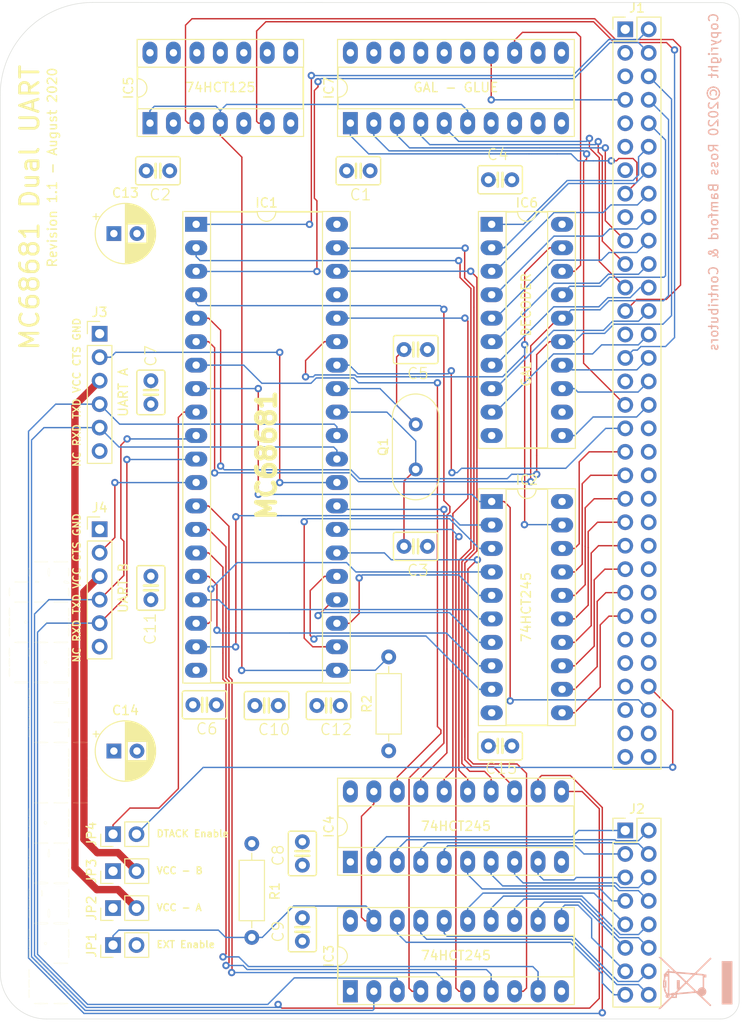
<source format=kicad_pcb>
(kicad_pcb (version 20171130) (host pcbnew "(5.1.5-0-10_14)")
  (layers (0 F.Cu signal) (1 In1.Cu signal) (2 In2.Cu signal) (31 B.Cu signal) (34 B.Paste user) (35 F.Paste user) (36 B.SilkS user) (37 F.SilkS user) (38 B.Mask user) (39 F.Mask user) (44 Edge.Cuts user))
  (net 0 "")
  (net 1 GND)
  (net 2 VCC)
  (net 3 "Net-(C3-Pad1)")
  (net 4 "Net-(C5-Pad1)")
  (net 5 IP4)
  (net 6 BD7)
  (net 7 IP5)
  (net 8 BD5)
  (net 9 "Net-(IC1-Pad37)")
  (net 10 BD3)
  (net 11 IP2)
  (net 12 BD1)
  (net 13 SEL)
  (net 14 OP7)
  (net 15 RESET)
  (net 16 OP5)
  (net 17 OP3)
  (net 18 CTSB)
  (net 19 RXDA)
  (net 20 TXDB)
  (net 21 TXDA)
  (net 22 RXDB)
  (net 23 CTSA)
  (net 24 UDTACK)
  (net 25 OP2)
  (net 26 RnW)
  (net 27 OP4)
  (net 28 IP0)
  (net 29 OP6)
  (net 30 A4)
  (net 31 BD0)
  (net 32 A3)
  (net 33 BD2)
  (net 34 IP1)
  (net 35 BD4)
  (net 36 A2)
  (net 37 BD6)
  (net 38 IP3)
  (net 39 IRQ)
  (net 40 A1)
  (net 41 D8)
  (net 42 D9)
  (net 43 D10)
  (net 44 D11)
  (net 45 D12)
  (net 46 D13)
  (net 47 D14)
  (net 48 D15)
  (net 49 EXTEN)
  (net 50 BTXDA)
  (net 51 BTXDB)
  (net 52 BOP2)
  (net 53 BOP3)
  (net 54 BOP4)
  (net 55 BOP5)
  (net 56 BOP6)
  (net 57 BOP7)
  (net 58 IPL2)
  (net 59 IPL0)
  (net 60 A14)
  (net 61 SEL_IN)
  (net 62 A13)
  (net 63 A5)
  (net 64 A12)
  (net 65 A11)
  (net 66 A10)
  (net 67 A17)
  (net 68 A9)
  (net 69 A16)
  (net 70 A8)
  (net 71 "Net-(IC6-Pad12)")
  (net 72 A7)
  (net 73 A15)
  (net 74 A6)
  (net 75 "Net-(IC7-Pad19)")
  (net 76 "Net-(IC7-Pad9)")
  (net 77 "Net-(IC7-Pad18)")
  (net 78 "Net-(IC7-Pad8)")
  (net 79 "Net-(IC7-Pad17)")
  (net 80 "Net-(IC7-Pad7)")
  (net 81 "Net-(IC7-Pad16)")
  (net 82 "Net-(IC7-Pad15)")
  (net 83 FC2)
  (net 84 VPA)
  (net 85 FC1)
  (net 86 FC0)
  (net 87 "Net-(IC7-Pad12)")
  (net 88 UDS)
  (net 89 "Net-(IC7-Pad11)")
  (net 90 IOSEL)
  (net 91 "Net-(J1-Pad64)")
  (net 92 "Net-(J1-Pad63)")
  (net 93 "Net-(J1-Pad62)")
  (net 94 "Net-(J1-Pad61)")
  (net 95 "Net-(J1-Pad59)")
  (net 96 DTACK)
  (net 97 "Net-(J1-Pad57)")
  (net 98 "Net-(J1-Pad56)")
  (net 99 "Net-(J1-Pad55)")
  (net 100 "Net-(J1-Pad54)")
  (net 101 "Net-(J1-Pad53)")
  (net 102 "Net-(J1-Pad52)")
  (net 103 "Net-(J1-Pad50)")
  (net 104 "Net-(J1-Pad48)")
  (net 105 "Net-(J1-Pad46)")
  (net 106 "Net-(J1-Pad44)")
  (net 107 "Net-(J1-Pad42)")
  (net 108 "Net-(J1-Pad40)")
  (net 109 "Net-(J1-Pad38)")
  (net 110 "Net-(J1-Pad36)")
  (net 111 "Net-(J1-Pad31)")
  (net 112 "Net-(J1-Pad27)")
  (net 113 "Net-(J1-Pad17)")
  (net 114 "Net-(J1-Pad13)")
  (net 115 "Net-(J1-Pad11)")
  (net 116 "Net-(J1-Pad9)")
  (net 117 "Net-(J1-Pad3)")
  (net 118 BRXDB)
  (net 119 BIP5)
  (net 120 BIP4)
  (net 121 BIP3)
  (net 122 BIP2)
  (net 123 BIP1)
  (net 124 BIP0)
  (net 125 BRXDA)
  (net 126 "Net-(J3-Pad6)")
  (net 127 VCCUA)
  (net 128 "Net-(J4-Pad6)")
  (net 129 VCCUB)
  (net 130 "Net-(IC5-Pad11)")
  (net 131 "Net-(IC5-Pad8)")
  (module Resistor_THT:R_Axial_DIN0207_L6.3mm_D2.5mm_P10.16mm_Horizontal (layer F.Cu) (at 92.85 126.975 90)
    (fp_text reference R2 (at 5.08 -2.37 90) (layer F.SilkS))
    (fp_text value 10K)
    (pad 2 thru_hole oval (at 10.16 0 90) (size 1.6 1.6) (drill 0.8) (layers *.Cu *.Mask) (net 39 IRQ))
    (pad 1 thru_hole circle (at 0 0 90) (size 1.6 1.6) (drill 0.8) (layers *.Cu *.Mask) (net 2 VCC))
  )
  (module Symbol:WEEE-Logo_5.6x8mm_SilkScreen (layer B.Cu) (at 126.05 152.1 270)
    (fp_text reference REF** hide)
    (fp_text value WEEE-Logo_5.6x8mm_SilkScreen hide)
  )
  (module rosco_m68k:MD-rosco_m68k_logo (layer F.Cu) (at 59.05 129.4 90)
    (fp_text reference REF** hide)
    (fp_text value MD-rosco_m68k_logo hide)
  )
  (module Package_DIP:DIP-20_W7.62mm_Socket_LongPads (layer F.Cu) (at 88.7 139 90)
    (fp_text reference IC4 (at 3.81 -2.33 90) (layer F.SilkS))
    (fp_text value 74HCT245)
    (pad 20 thru_hole oval (at 7.62 0 90) (size 2.4 1.6) (drill 0.8) (layers *.Cu *.Mask) (net 2 VCC))
    (pad 10 thru_hole oval (at 0 22.86 90) (size 2.4 1.6) (drill 0.8) (layers *.Cu *.Mask) (net 1 GND))
    (pad 19 thru_hole oval (at 7.62 2.54 90) (size 2.4 1.6) (drill 0.8) (layers *.Cu *.Mask) (net 49 EXTEN))
    (pad 9 thru_hole oval (at 0 20.32 90) (size 2.4 1.6) (drill 0.8) (layers *.Cu *.Mask) (net 118 BRXDB))
    (pad 18 thru_hole oval (at 7.62 5.08 90) (size 2.4 1.6) (drill 0.8) (layers *.Cu *.Mask) (net 28 IP0))
    (pad 8 thru_hole oval (at 0 17.78 90) (size 2.4 1.6) (drill 0.8) (layers *.Cu *.Mask) (net 125 BRXDA))
    (pad 17 thru_hole oval (at 7.62 7.62 90) (size 2.4 1.6) (drill 0.8) (layers *.Cu *.Mask) (net 34 IP1))
    (pad 7 thru_hole oval (at 0 15.24 90) (size 2.4 1.6) (drill 0.8) (layers *.Cu *.Mask) (net 119 BIP5))
    (pad 16 thru_hole oval (at 7.62 10.16 90) (size 2.4 1.6) (drill 0.8) (layers *.Cu *.Mask) (net 11 IP2))
    (pad 6 thru_hole oval (at 0 12.7 90) (size 2.4 1.6) (drill 0.8) (layers *.Cu *.Mask) (net 120 BIP4))
    (pad 15 thru_hole oval (at 7.62 12.7 90) (size 2.4 1.6) (drill 0.8) (layers *.Cu *.Mask) (net 38 IP3))
    (pad 5 thru_hole oval (at 0 10.16 90) (size 2.4 1.6) (drill 0.8) (layers *.Cu *.Mask) (net 121 BIP3))
    (pad 14 thru_hole oval (at 7.62 15.24 90) (size 2.4 1.6) (drill 0.8) (layers *.Cu *.Mask) (net 5 IP4))
    (pad 4 thru_hole oval (at 0 7.62 90) (size 2.4 1.6) (drill 0.8) (layers *.Cu *.Mask) (net 122 BIP2))
    (pad 13 thru_hole oval (at 7.62 17.78 90) (size 2.4 1.6) (drill 0.8) (layers *.Cu *.Mask) (net 7 IP5))
    (pad 3 thru_hole oval (at 0 5.08 90) (size 2.4 1.6) (drill 0.8) (layers *.Cu *.Mask) (net 123 BIP1))
    (pad 12 thru_hole oval (at 7.62 20.32 90) (size 2.4 1.6) (drill 0.8) (layers *.Cu *.Mask) (net 19 RXDA))
    (pad 2 thru_hole oval (at 0 2.54 90) (size 2.4 1.6) (drill 0.8) (layers *.Cu *.Mask) (net 124 BIP0))
    (pad 11 thru_hole oval (at 7.62 22.86 90) (size 2.4 1.6) (drill 0.8) (layers *.Cu *.Mask) (net 22 RXDB))
    (pad 1 thru_hole rect (at 0 0 90) (size 2.4 1.6) (drill 0.8) (layers *.Cu *.Mask) (net 2 VCC))
  )
  (module rosco_m68k:C2.5-3 (layer F.Cu) (at 86.3358 122.075)
    (fp_text reference C12 (at -1.016 3.302 -180) (layer F.SilkS) (effects (font (size 1.2065 1.2065) (thickness 0.12065)) (justify left bottom)))
    (fp_text value 100nF)
    (pad 1 thru_hole circle (at -1.27 0) (size 1.6002 1.6002) (drill 0.8128) (layers *.Cu *.Mask) (net 1 GND))
    (pad 2 thru_hole circle (at 1.27 0) (size 1.6002 1.6002) (drill 0.8128) (layers *.Cu *.Mask) (net 2 VCC))
  )
  (module rosco_m68k:C2.5-3 (layer F.Cu) (at 67.1 109.35 270)
    (fp_text reference C11 (at 2.6 -0.625 270) (layer F.SilkS) (effects (font (size 1.2065 1.2065) (thickness 0.12065)) (justify right bottom)))
    (fp_text value 100nF)
    (pad 1 thru_hole circle (at -1.27 0 270) (size 1.6002 1.6002) (drill 0.8128) (layers *.Cu *.Mask) (net 1 GND))
    (pad 2 thru_hole circle (at 1.27 0 270) (size 1.6002 1.6002) (drill 0.8128) (layers *.Cu *.Mask) (net 2 VCC))
  )
  (module rosco_m68k:C2.5-3 (layer F.Cu) (at 79.625 122.075)
    (fp_text reference C10 (at -1.016 3.302 -180) (layer F.SilkS) (effects (font (size 1.2065 1.2065) (thickness 0.12065)) (justify left bottom)))
    (fp_text value 100nF)
    (pad 1 thru_hole circle (at -1.27 0) (size 1.6002 1.6002) (drill 0.8128) (layers *.Cu *.Mask) (net 1 GND))
    (pad 2 thru_hole circle (at 1.27 0) (size 1.6002 1.6002) (drill 0.8128) (layers *.Cu *.Mask) (net 2 VCC))
  )
  (module rosco_m68k:C2.5-3 (layer F.Cu) (at 104.9142 126.45)
    (fp_text reference C15 (at -1.7142 3.125 -180) (layer F.SilkS) (effects (font (size 1.2065 1.2065) (thickness 0.12065)) (justify left bottom)))
    (fp_text value 100nF)
    (pad 1 thru_hole circle (at -1.27 0) (size 1.6002 1.6002) (drill 0.8128) (layers *.Cu *.Mask) (net 2 VCC))
    (pad 2 thru_hole circle (at 1.27 0) (size 1.6002 1.6002) (drill 0.8128) (layers *.Cu *.Mask) (net 1 GND))
  )
  (module rosco_m68k:C2.5-3 (layer F.Cu) (at 83.5 146.3142 270)
    (fp_text reference C9 (at -1.025 1.925 270) (layer F.SilkS) (effects (font (size 1.2065 1.2065) (thickness 0.12065)) (justify right bottom)))
    (fp_text value 100nF)
    (pad 1 thru_hole circle (at -1.27 0 270) (size 1.6002 1.6002) (drill 0.8128) (layers *.Cu *.Mask) (net 1 GND))
    (pad 2 thru_hole circle (at 1.27 0 270) (size 1.6002 1.6002) (drill 0.8128) (layers *.Cu *.Mask) (net 2 VCC))
  )
  (module rosco_m68k:C2.5-3 (layer F.Cu) (at 83.5 138.0858 270)
    (fp_text reference C8 (at -1.05 1.925 270) (layer F.SilkS) (effects (font (size 1.2065 1.2065) (thickness 0.12065)) (justify right bottom)))
    (fp_text value 100nF)
    (pad 1 thru_hole circle (at -1.27 0 270) (size 1.6002 1.6002) (drill 0.8128) (layers *.Cu *.Mask) (net 1 GND))
    (pad 2 thru_hole circle (at 1.27 0 270) (size 1.6002 1.6002) (drill 0.8128) (layers *.Cu *.Mask) (net 2 VCC))
  )
  (module rosco_m68k:C2.5-3 (layer F.Cu) (at 67.1 88.19 270)
    (fp_text reference C7 (at -5.215 -0.7 270) (layer F.SilkS) (effects (font (size 1.2065 1.2065) (thickness 0.12065)) (justify right bottom)))
    (fp_text value 100nF)
    (pad 1 thru_hole circle (at -1.27 0 270) (size 1.6002 1.6002) (drill 0.8128) (layers *.Cu *.Mask) (net 2 VCC))
    (pad 2 thru_hole circle (at 1.27 0 270) (size 1.6002 1.6002) (drill 0.8128) (layers *.Cu *.Mask) (net 1 GND))
  )
  (module rosco_m68k:C2.5-3 (layer F.Cu) (at 72.9142 122)
    (fp_text reference C6 (at -1.016 3.302 -180) (layer F.SilkS) (effects (font (size 1.2065 1.2065) (thickness 0.12065)) (justify left bottom)))
    (fp_text value 100nF)
    (pad 1 thru_hole circle (at -1.27 0) (size 1.6002 1.6002) (drill 0.8128) (layers *.Cu *.Mask) (net 2 VCC))
    (pad 2 thru_hole circle (at 1.27 0) (size 1.6002 1.6002) (drill 0.8128) (layers *.Cu *.Mask) (net 1 GND))
  )
  (module rosco_m68k:C2.5-3 (layer F.Cu) (at 95.775 83.55)
    (fp_text reference C5 (at -1.016 3.302 -180) (layer F.SilkS) (effects (font (size 1.2065 1.2065) (thickness 0.12065)) (justify left bottom)))
    (fp_text value 7pF)
    (pad 1 thru_hole circle (at -1.27 0) (size 1.6002 1.6002) (drill 0.8128) (layers *.Cu *.Mask) (net 4 "Net-(C5-Pad1)"))
    (pad 2 thru_hole circle (at 1.27 0) (size 1.6002 1.6002) (drill 0.8128) (layers *.Cu *.Mask) (net 1 GND))
  )
  (module rosco_m68k:C2.5-3 (layer F.Cu) (at 104.9142 65.175 180)
    (fp_text reference C4 (at -1 2.025 180) (layer F.SilkS) (effects (font (size 1.2065 1.2065) (thickness 0.12065)) (justify right bottom)))
    (fp_text value 100nF)
    (pad 1 thru_hole circle (at -1.27 0 180) (size 1.6002 1.6002) (drill 0.8128) (layers *.Cu *.Mask) (net 2 VCC))
    (pad 2 thru_hole circle (at 1.27 0 180) (size 1.6002 1.6002) (drill 0.8128) (layers *.Cu *.Mask) (net 1 GND))
  )
  (module rosco_m68k:C2.5-3 (layer F.Cu) (at 95.775 104.85)
    (fp_text reference C3 (at -1.016 3.302 -180) (layer F.SilkS) (effects (font (size 1.2065 1.2065) (thickness 0.12065)) (justify left bottom)))
    (fp_text value 7pF)
    (pad 1 thru_hole circle (at -1.27 0) (size 1.6002 1.6002) (drill 0.8128) (layers *.Cu *.Mask) (net 3 "Net-(C3-Pad1)"))
    (pad 2 thru_hole circle (at 1.27 0) (size 1.6002 1.6002) (drill 0.8128) (layers *.Cu *.Mask) (net 1 GND))
  )
  (module rosco_m68k:C2.5-3 (layer F.Cu) (at 67.8642 64.2)
    (fp_text reference C2 (at -1.016 3.302 -180) (layer F.SilkS) (effects (font (size 1.2065 1.2065) (thickness 0.12065)) (justify left bottom)))
    (fp_text value 100nF)
    (pad 1 thru_hole circle (at -1.27 0) (size 1.6002 1.6002) (drill 0.8128) (layers *.Cu *.Mask) (net 2 VCC))
    (pad 2 thru_hole circle (at 1.27 0) (size 1.6002 1.6002) (drill 0.8128) (layers *.Cu *.Mask) (net 1 GND))
  )
  (module rosco_m68k:C2.5-3 (layer F.Cu) (at 89.5642 64.2)
    (fp_text reference C1 (at -1.016 3.302 -180) (layer F.SilkS) (effects (font (size 1.2065 1.2065) (thickness 0.12065)) (justify left bottom)))
    (fp_text value 100nF)
    (pad 1 thru_hole circle (at -1.27 0) (size 1.6002 1.6002) (drill 0.8128) (layers *.Cu *.Mask) (net 2 VCC))
    (pad 2 thru_hole circle (at 1.27 0) (size 1.6002 1.6002) (drill 0.8128) (layers *.Cu *.Mask) (net 1 GND))
  )
  (module Resistor_THT:R_Axial_DIN0207_L6.3mm_D2.5mm_P10.16mm_Horizontal (layer F.Cu) (at 78.025 147.175 90)
    (fp_text reference R1 (at 5 2.5 90) (layer F.SilkS))
    (fp_text value 10K)
    (pad 2 thru_hole oval (at 10.16 0 90) (size 1.6 1.6) (drill 0.8) (layers *.Cu *.Mask) (net 2 VCC))
    (pad 1 thru_hole circle (at 0 0 90) (size 1.6 1.6) (drill 0.8) (layers *.Cu *.Mask) (net 49 EXTEN))
  )
  (module Crystal:Crystal_HC49-4H_Vertical (layer F.Cu) (at 95.775 96.524999 90)
    (fp_text reference Q1 (at 2.44 -3.525 90) (layer F.SilkS))
    (fp_text value Crystal)
    (pad 2 thru_hole circle (at 4.88 0 90) (size 1.5 1.5) (drill 0.8) (layers *.Cu *.Mask) (net 4 "Net-(C5-Pad1)"))
    (pad 1 thru_hole circle (at 0 0 90) (size 1.5 1.5) (drill 0.8) (layers *.Cu *.Mask) (net 3 "Net-(C3-Pad1)"))
  )
  (module Connector_PinHeader_2.54mm:PinHeader_1x02_P2.54mm_Vertical (layer F.Cu) (at 63 136 90)
    (fp_text reference JP4 (at 0 -2.33 90) (layer F.SilkS))
    (fp_text value Jumper)
    (pad 2 thru_hole oval (at 0 2.54 90) (size 1.7 1.7) (drill 1) (layers *.Cu *.Mask) (net 96 DTACK))
    (pad 1 thru_hole rect (at 0 0 90) (size 1.7 1.7) (drill 1) (layers *.Cu *.Mask) (net 24 UDTACK))
  )
  (module Connector_PinHeader_2.54mm:PinHeader_1x02_P2.54mm_Vertical (layer F.Cu) (at 63 140 90)
    (fp_text reference JP3 (at 0 -2.33 90) (layer F.SilkS))
    (fp_text value Jumper)
    (pad 2 thru_hole oval (at 0 2.54 90) (size 1.7 1.7) (drill 1) (layers *.Cu *.Mask) (net 129 VCCUB))
    (pad 1 thru_hole rect (at 0 0 90) (size 1.7 1.7) (drill 1) (layers *.Cu *.Mask) (net 2 VCC))
  )
  (module Connector_PinHeader_2.54mm:PinHeader_1x02_P2.54mm_Vertical (layer F.Cu) (at 63 144 90)
    (fp_text reference JP2 (at 0 -2.33 90) (layer F.SilkS))
    (fp_text value Jumper)
    (pad 2 thru_hole oval (at 0 2.54 90) (size 1.7 1.7) (drill 1) (layers *.Cu *.Mask) (net 127 VCCUA))
    (pad 1 thru_hole rect (at 0 0 90) (size 1.7 1.7) (drill 1) (layers *.Cu *.Mask) (net 2 VCC))
  )
  (module Connector_PinHeader_2.54mm:PinHeader_1x02_P2.54mm_Vertical (layer F.Cu) (at 63 148 90)
    (fp_text reference JP1 (at 0 -2.33 90) (layer F.SilkS))
    (fp_text value Jumper)
    (pad 2 thru_hole oval (at 0 2.54 90) (size 1.7 1.7) (drill 1) (layers *.Cu *.Mask) (net 1 GND))
    (pad 1 thru_hole rect (at 0 0 90) (size 1.7 1.7) (drill 1) (layers *.Cu *.Mask) (net 49 EXTEN))
  )
  (module Connector_PinHeader_2.54mm:PinHeader_1x06_P2.54mm_Vertical (layer F.Cu) (at 61.55 103)
    (fp_text reference J4 (at 0 -2.33) (layer F.SilkS))
    (fp_text value UART_B)
    (pad 6 thru_hole oval (at 0 12.7) (size 1.7 1.7) (drill 1) (layers *.Cu *.Mask) (net 128 "Net-(J4-Pad6)"))
    (pad 5 thru_hole oval (at 0 10.16) (size 1.7 1.7) (drill 1) (layers *.Cu *.Mask) (net 20 TXDB))
    (pad 4 thru_hole oval (at 0 7.62) (size 1.7 1.7) (drill 1) (layers *.Cu *.Mask) (net 22 RXDB))
    (pad 3 thru_hole oval (at 0 5.08) (size 1.7 1.7) (drill 1) (layers *.Cu *.Mask) (net 129 VCCUB))
    (pad 2 thru_hole oval (at 0 2.54) (size 1.7 1.7) (drill 1) (layers *.Cu *.Mask) (net 18 CTSB))
    (pad 1 thru_hole rect (at 0 0) (size 1.7 1.7) (drill 1) (layers *.Cu *.Mask) (net 1 GND))
  )
  (module Connector_PinHeader_2.54mm:PinHeader_1x06_P2.54mm_Vertical (layer F.Cu) (at 61.55 81.84)
    (fp_text reference J3 (at 0 -2.33) (layer F.SilkS))
    (fp_text value UART_A)
    (pad 6 thru_hole oval (at 0 12.7) (size 1.7 1.7) (drill 1) (layers *.Cu *.Mask) (net 126 "Net-(J3-Pad6)"))
    (pad 5 thru_hole oval (at 0 10.16) (size 1.7 1.7) (drill 1) (layers *.Cu *.Mask) (net 21 TXDA))
    (pad 4 thru_hole oval (at 0 7.62) (size 1.7 1.7) (drill 1) (layers *.Cu *.Mask) (net 19 RXDA))
    (pad 3 thru_hole oval (at 0 5.08) (size 1.7 1.7) (drill 1) (layers *.Cu *.Mask) (net 127 VCCUA))
    (pad 2 thru_hole oval (at 0 2.54) (size 1.7 1.7) (drill 1) (layers *.Cu *.Mask) (net 23 CTSA))
    (pad 1 thru_hole rect (at 0 0) (size 1.7 1.7) (drill 1) (layers *.Cu *.Mask) (net 1 GND))
  )
  (module Connector_PinHeader_2.54mm:PinHeader_2x08_P2.54mm_Vertical (layer F.Cu) (at 118.46 135.6)
    (fp_text reference J2 (at 1.27 -2.33) (layer F.SilkS))
    (fp_text value EXTBUS)
    (pad 16 thru_hole oval (at 2.54 17.78) (size 1.7 1.7) (drill 1) (layers *.Cu *.Mask) (net 51 BTXDB))
    (pad 15 thru_hole oval (at 0 17.78) (size 1.7 1.7) (drill 1) (layers *.Cu *.Mask) (net 50 BTXDA))
    (pad 14 thru_hole oval (at 2.54 15.24) (size 1.7 1.7) (drill 1) (layers *.Cu *.Mask) (net 52 BOP2))
    (pad 13 thru_hole oval (at 0 15.24) (size 1.7 1.7) (drill 1) (layers *.Cu *.Mask) (net 57 BOP7))
    (pad 12 thru_hole oval (at 2.54 12.7) (size 1.7 1.7) (drill 1) (layers *.Cu *.Mask) (net 55 BOP5))
    (pad 11 thru_hole oval (at 0 12.7) (size 1.7 1.7) (drill 1) (layers *.Cu *.Mask) (net 56 BOP6))
    (pad 10 thru_hole oval (at 2.54 10.16) (size 1.7 1.7) (drill 1) (layers *.Cu *.Mask) (net 54 BOP4))
    (pad 9 thru_hole oval (at 0 10.16) (size 1.7 1.7) (drill 1) (layers *.Cu *.Mask) (net 53 BOP3))
    (pad 8 thru_hole oval (at 2.54 7.62) (size 1.7 1.7) (drill 1) (layers *.Cu *.Mask) (net 119 BIP5))
    (pad 7 thru_hole oval (at 0 7.62) (size 1.7 1.7) (drill 1) (layers *.Cu *.Mask) (net 120 BIP4))
    (pad 6 thru_hole oval (at 2.54 5.08) (size 1.7 1.7) (drill 1) (layers *.Cu *.Mask) (net 125 BRXDA))
    (pad 5 thru_hole oval (at 0 5.08) (size 1.7 1.7) (drill 1) (layers *.Cu *.Mask) (net 118 BRXDB))
    (pad 4 thru_hole oval (at 2.54 2.54) (size 1.7 1.7) (drill 1) (layers *.Cu *.Mask) (net 122 BIP2))
    (pad 3 thru_hole oval (at 0 2.54) (size 1.7 1.7) (drill 1) (layers *.Cu *.Mask) (net 121 BIP3))
    (pad 2 thru_hole oval (at 2.54 0) (size 1.7 1.7) (drill 1) (layers *.Cu *.Mask) (net 123 BIP1))
    (pad 1 thru_hole rect (at 0 0) (size 1.7 1.7) (drill 1) (layers *.Cu *.Mask) (net 124 BIP0))
  )
  (module Connector_PinHeader_2.54mm:PinHeader_2x32_P2.54mm_Vertical (layer F.Cu) (at 118.46 48.9)
    (fp_text reference J1 (at 1.27 -2.33) (layer F.SilkS))
    (fp_text value Conn_02x32_Odd_Even)
    (pad 64 thru_hole oval (at 2.54 78.74) (size 1.7 1.7) (drill 1) (layers *.Cu *.Mask) (net 91 "Net-(J1-Pad64)"))
    (pad 63 thru_hole oval (at 0 78.74) (size 1.7 1.7) (drill 1) (layers *.Cu *.Mask) (net 92 "Net-(J1-Pad63)"))
    (pad 62 thru_hole oval (at 2.54 76.2) (size 1.7 1.7) (drill 1) (layers *.Cu *.Mask) (net 93 "Net-(J1-Pad62)"))
    (pad 61 thru_hole oval (at 0 76.2) (size 1.7 1.7) (drill 1) (layers *.Cu *.Mask) (net 94 "Net-(J1-Pad61)"))
    (pad 60 thru_hole oval (at 2.54 73.66) (size 1.7 1.7) (drill 1) (layers *.Cu *.Mask) (net 26 RnW))
    (pad 59 thru_hole oval (at 0 73.66) (size 1.7 1.7) (drill 1) (layers *.Cu *.Mask) (net 95 "Net-(J1-Pad59)"))
    (pad 58 thru_hole oval (at 2.54 71.12) (size 1.7 1.7) (drill 1) (layers *.Cu *.Mask) (net 96 DTACK))
    (pad 57 thru_hole oval (at 0 71.12) (size 1.7 1.7) (drill 1) (layers *.Cu *.Mask) (net 97 "Net-(J1-Pad57)"))
    (pad 56 thru_hole oval (at 2.54 68.58) (size 1.7 1.7) (drill 1) (layers *.Cu *.Mask) (net 98 "Net-(J1-Pad56)"))
    (pad 55 thru_hole oval (at 0 68.58) (size 1.7 1.7) (drill 1) (layers *.Cu *.Mask) (net 99 "Net-(J1-Pad55)"))
    (pad 54 thru_hole oval (at 2.54 66.04) (size 1.7 1.7) (drill 1) (layers *.Cu *.Mask) (net 100 "Net-(J1-Pad54)"))
    (pad 53 thru_hole oval (at 0 66.04) (size 1.7 1.7) (drill 1) (layers *.Cu *.Mask) (net 101 "Net-(J1-Pad53)"))
    (pad 52 thru_hole oval (at 2.54 63.5) (size 1.7 1.7) (drill 1) (layers *.Cu *.Mask) (net 102 "Net-(J1-Pad52)"))
    (pad 51 thru_hole oval (at 0 63.5) (size 1.7 1.7) (drill 1) (layers *.Cu *.Mask) (net 41 D8))
    (pad 50 thru_hole oval (at 2.54 60.96) (size 1.7 1.7) (drill 1) (layers *.Cu *.Mask) (net 103 "Net-(J1-Pad50)"))
    (pad 49 thru_hole oval (at 0 60.96) (size 1.7 1.7) (drill 1) (layers *.Cu *.Mask) (net 42 D9))
    (pad 48 thru_hole oval (at 2.54 58.42) (size 1.7 1.7) (drill 1) (layers *.Cu *.Mask) (net 104 "Net-(J1-Pad48)"))
    (pad 47 thru_hole oval (at 0 58.42) (size 1.7 1.7) (drill 1) (layers *.Cu *.Mask) (net 43 D10))
    (pad 46 thru_hole oval (at 2.54 55.88) (size 1.7 1.7) (drill 1) (layers *.Cu *.Mask) (net 105 "Net-(J1-Pad46)"))
    (pad 45 thru_hole oval (at 0 55.88) (size 1.7 1.7) (drill 1) (layers *.Cu *.Mask) (net 44 D11))
    (pad 44 thru_hole oval (at 2.54 53.34) (size 1.7 1.7) (drill 1) (layers *.Cu *.Mask) (net 106 "Net-(J1-Pad44)"))
    (pad 43 thru_hole oval (at 0 53.34) (size 1.7 1.7) (drill 1) (layers *.Cu *.Mask) (net 45 D12))
    (pad 42 thru_hole oval (at 2.54 50.8) (size 1.7 1.7) (drill 1) (layers *.Cu *.Mask) (net 107 "Net-(J1-Pad42)"))
    (pad 41 thru_hole oval (at 0 50.8) (size 1.7 1.7) (drill 1) (layers *.Cu *.Mask) (net 46 D13))
    (pad 40 thru_hole oval (at 2.54 48.26) (size 1.7 1.7) (drill 1) (layers *.Cu *.Mask) (net 108 "Net-(J1-Pad40)"))
    (pad 39 thru_hole oval (at 0 48.26) (size 1.7 1.7) (drill 1) (layers *.Cu *.Mask) (net 47 D14))
    (pad 38 thru_hole oval (at 2.54 45.72) (size 1.7 1.7) (drill 1) (layers *.Cu *.Mask) (net 109 "Net-(J1-Pad38)"))
    (pad 37 thru_hole oval (at 0 45.72) (size 1.7 1.7) (drill 1) (layers *.Cu *.Mask) (net 48 D15))
    (pad 36 thru_hole oval (at 2.54 43.18) (size 1.7 1.7) (drill 1) (layers *.Cu *.Mask) (net 110 "Net-(J1-Pad36)"))
    (pad 35 thru_hole oval (at 0 43.18) (size 1.7 1.7) (drill 1) (layers *.Cu *.Mask) (net 15 RESET))
    (pad 34 thru_hole oval (at 2.54 40.64) (size 1.7 1.7) (drill 1) (layers *.Cu *.Mask) (net 67 A17))
    (pad 33 thru_hole oval (at 0 40.64) (size 1.7 1.7) (drill 1) (layers *.Cu *.Mask) (net 88 UDS))
    (pad 32 thru_hole oval (at 2.54 38.1) (size 1.7 1.7) (drill 1) (layers *.Cu *.Mask) (net 69 A16))
    (pad 31 thru_hole oval (at 0 38.1) (size 1.7 1.7) (drill 1) (layers *.Cu *.Mask) (net 111 "Net-(J1-Pad31)"))
    (pad 30 thru_hole oval (at 2.54 35.56) (size 1.7 1.7) (drill 1) (layers *.Cu *.Mask) (net 73 A15))
    (pad 29 thru_hole oval (at 0 35.56) (size 1.7 1.7) (drill 1) (layers *.Cu *.Mask) (net 58 IPL2))
    (pad 28 thru_hole oval (at 2.54 33.02) (size 1.7 1.7) (drill 1) (layers *.Cu *.Mask) (net 60 A14))
    (pad 27 thru_hole oval (at 0 33.02) (size 1.7 1.7) (drill 1) (layers *.Cu *.Mask) (net 112 "Net-(J1-Pad27)"))
    (pad 26 thru_hole oval (at 2.54 30.48) (size 1.7 1.7) (drill 1) (layers *.Cu *.Mask) (net 62 A13))
    (pad 25 thru_hole oval (at 0 30.48) (size 1.7 1.7) (drill 1) (layers *.Cu *.Mask) (net 59 IPL0))
    (pad 24 thru_hole oval (at 2.54 27.94) (size 1.7 1.7) (drill 1) (layers *.Cu *.Mask) (net 64 A12))
    (pad 23 thru_hole oval (at 0 27.94) (size 1.7 1.7) (drill 1) (layers *.Cu *.Mask) (net 83 FC2))
    (pad 22 thru_hole oval (at 2.54 25.4) (size 1.7 1.7) (drill 1) (layers *.Cu *.Mask) (net 65 A11))
    (pad 21 thru_hole oval (at 0 25.4) (size 1.7 1.7) (drill 1) (layers *.Cu *.Mask) (net 85 FC1))
    (pad 20 thru_hole oval (at 2.54 22.86) (size 1.7 1.7) (drill 1) (layers *.Cu *.Mask) (net 66 A10))
    (pad 19 thru_hole oval (at 0 22.86) (size 1.7 1.7) (drill 1) (layers *.Cu *.Mask) (net 86 FC0))
    (pad 18 thru_hole oval (at 2.54 20.32) (size 1.7 1.7) (drill 1) (layers *.Cu *.Mask) (net 68 A9))
    (pad 17 thru_hole oval (at 0 20.32) (size 1.7 1.7) (drill 1) (layers *.Cu *.Mask) (net 113 "Net-(J1-Pad17)"))
    (pad 16 thru_hole oval (at 2.54 17.78) (size 1.7 1.7) (drill 1) (layers *.Cu *.Mask) (net 70 A8))
    (pad 15 thru_hole oval (at 0 17.78) (size 1.7 1.7) (drill 1) (layers *.Cu *.Mask) (net 90 IOSEL))
    (pad 14 thru_hole oval (at 2.54 15.24) (size 1.7 1.7) (drill 1) (layers *.Cu *.Mask) (net 72 A7))
    (pad 13 thru_hole oval (at 0 15.24) (size 1.7 1.7) (drill 1) (layers *.Cu *.Mask) (net 114 "Net-(J1-Pad13)"))
    (pad 12 thru_hole oval (at 2.54 12.7) (size 1.7 1.7) (drill 1) (layers *.Cu *.Mask) (net 74 A6))
    (pad 11 thru_hole oval (at 0 12.7) (size 1.7 1.7) (drill 1) (layers *.Cu *.Mask) (net 115 "Net-(J1-Pad11)"))
    (pad 10 thru_hole oval (at 2.54 10.16) (size 1.7 1.7) (drill 1) (layers *.Cu *.Mask) (net 63 A5))
    (pad 9 thru_hole oval (at 0 10.16) (size 1.7 1.7) (drill 1) (layers *.Cu *.Mask) (net 116 "Net-(J1-Pad9)"))
    (pad 8 thru_hole oval (at 2.54 7.62) (size 1.7 1.7) (drill 1) (layers *.Cu *.Mask) (net 30 A4))
    (pad 7 thru_hole oval (at 0 7.62) (size 1.7 1.7) (drill 1) (layers *.Cu *.Mask) (net 84 VPA))
    (pad 6 thru_hole oval (at 2.54 5.08) (size 1.7 1.7) (drill 1) (layers *.Cu *.Mask) (net 32 A3))
    (pad 5 thru_hole oval (at 0 5.08) (size 1.7 1.7) (drill 1) (layers *.Cu *.Mask) (net 1 GND))
    (pad 4 thru_hole oval (at 2.54 2.54) (size 1.7 1.7) (drill 1) (layers *.Cu *.Mask) (net 36 A2))
    (pad 3 thru_hole oval (at 0 2.54) (size 1.7 1.7) (drill 1) (layers *.Cu *.Mask) (net 117 "Net-(J1-Pad3)"))
    (pad 2 thru_hole oval (at 2.54 0) (size 1.7 1.7) (drill 1) (layers *.Cu *.Mask) (net 40 A1))
    (pad 1 thru_hole rect (at 0 0) (size 1.7 1.7) (drill 1) (layers *.Cu *.Mask) (net 2 VCC))
  )
  (module Package_DIP:DIP-20_W7.62mm_Socket_LongPads (layer F.Cu) (at 88.7 59.05 90)
    (fp_text reference IC7 (at 3.81 -2.33 90) (layer F.SilkS))
    (fp_text value IC7_UART_.PLD)
    (pad 20 thru_hole oval (at 7.62 0 90) (size 2.4 1.6) (drill 0.8) (layers *.Cu *.Mask) (net 2 VCC))
    (pad 10 thru_hole oval (at 0 22.86 90) (size 2.4 1.6) (drill 0.8) (layers *.Cu *.Mask) (net 1 GND))
    (pad 19 thru_hole oval (at 7.62 2.54 90) (size 2.4 1.6) (drill 0.8) (layers *.Cu *.Mask) (net 75 "Net-(IC7-Pad19)"))
    (pad 9 thru_hole oval (at 0 20.32 90) (size 2.4 1.6) (drill 0.8) (layers *.Cu *.Mask) (net 76 "Net-(IC7-Pad9)"))
    (pad 18 thru_hole oval (at 7.62 5.08 90) (size 2.4 1.6) (drill 0.8) (layers *.Cu *.Mask) (net 77 "Net-(IC7-Pad18)"))
    (pad 8 thru_hole oval (at 0 17.78 90) (size 2.4 1.6) (drill 0.8) (layers *.Cu *.Mask) (net 78 "Net-(IC7-Pad8)"))
    (pad 17 thru_hole oval (at 7.62 7.62 90) (size 2.4 1.6) (drill 0.8) (layers *.Cu *.Mask) (net 79 "Net-(IC7-Pad17)"))
    (pad 7 thru_hole oval (at 0 15.24 90) (size 2.4 1.6) (drill 0.8) (layers *.Cu *.Mask) (net 80 "Net-(IC7-Pad7)"))
    (pad 16 thru_hole oval (at 7.62 10.16 90) (size 2.4 1.6) (drill 0.8) (layers *.Cu *.Mask) (net 81 "Net-(IC7-Pad16)"))
    (pad 6 thru_hole oval (at 0 12.7 90) (size 2.4 1.6) (drill 0.8) (layers *.Cu *.Mask) (net 39 IRQ))
    (pad 15 thru_hole oval (at 7.62 12.7 90) (size 2.4 1.6) (drill 0.8) (layers *.Cu *.Mask) (net 82 "Net-(IC7-Pad15)"))
    (pad 5 thru_hole oval (at 0 10.16 90) (size 2.4 1.6) (drill 0.8) (layers *.Cu *.Mask) (net 83 FC2))
    (pad 14 thru_hole oval (at 7.62 15.24 90) (size 2.4 1.6) (drill 0.8) (layers *.Cu *.Mask) (net 84 VPA))
    (pad 4 thru_hole oval (at 0 7.62 90) (size 2.4 1.6) (drill 0.8) (layers *.Cu *.Mask) (net 85 FC1))
    (pad 13 thru_hole oval (at 7.62 17.78 90) (size 2.4 1.6) (drill 0.8) (layers *.Cu *.Mask) (net 61 SEL_IN))
    (pad 3 thru_hole oval (at 0 5.08 90) (size 2.4 1.6) (drill 0.8) (layers *.Cu *.Mask) (net 86 FC0))
    (pad 12 thru_hole oval (at 7.62 20.32 90) (size 2.4 1.6) (drill 0.8) (layers *.Cu *.Mask) (net 87 "Net-(IC7-Pad12)"))
    (pad 2 thru_hole oval (at 0 2.54 90) (size 2.4 1.6) (drill 0.8) (layers *.Cu *.Mask) (net 88 UDS))
    (pad 11 thru_hole oval (at 7.62 22.86 90) (size 2.4 1.6) (drill 0.8) (layers *.Cu *.Mask) (net 89 "Net-(IC7-Pad11)"))
    (pad 1 thru_hole rect (at 0 0 90) (size 2.4 1.6) (drill 0.8) (layers *.Cu *.Mask) (net 90 IOSEL))
  )
  (module Package_DIP:DIP-20_W7.62mm_Socket_LongPads (layer F.Cu) (at 104 70)
    (fp_text reference IC6 (at 3.81 -2.33) (layer F.SilkS))
    (fp_text value IC6_DECO.PLD)
    (pad 20 thru_hole oval (at 7.62 0) (size 2.4 1.6) (drill 0.8) (layers *.Cu *.Mask) (net 2 VCC))
    (pad 10 thru_hole oval (at 0 22.86) (size 2.4 1.6) (drill 0.8) (layers *.Cu *.Mask) (net 1 GND))
    (pad 19 thru_hole oval (at 7.62 2.54) (size 2.4 1.6) (drill 0.8) (layers *.Cu *.Mask) (net 13 SEL))
    (pad 9 thru_hole oval (at 0 20.32) (size 2.4 1.6) (drill 0.8) (layers *.Cu *.Mask) (net 60 A14))
    (pad 18 thru_hole oval (at 7.62 5.08) (size 2.4 1.6) (drill 0.8) (layers *.Cu *.Mask) (net 61 SEL_IN))
    (pad 8 thru_hole oval (at 0 17.78) (size 2.4 1.6) (drill 0.8) (layers *.Cu *.Mask) (net 62 A13))
    (pad 17 thru_hole oval (at 7.62 7.62) (size 2.4 1.6) (drill 0.8) (layers *.Cu *.Mask) (net 63 A5))
    (pad 7 thru_hole oval (at 0 15.24) (size 2.4 1.6) (drill 0.8) (layers *.Cu *.Mask) (net 64 A12))
    (pad 16 thru_hole oval (at 7.62 10.16) (size 2.4 1.6) (drill 0.8) (layers *.Cu *.Mask) (net 30 A4))
    (pad 6 thru_hole oval (at 0 12.7) (size 2.4 1.6) (drill 0.8) (layers *.Cu *.Mask) (net 65 A11))
    (pad 15 thru_hole oval (at 7.62 12.7) (size 2.4 1.6) (drill 0.8) (layers *.Cu *.Mask) (net 32 A3))
    (pad 5 thru_hole oval (at 0 10.16) (size 2.4 1.6) (drill 0.8) (layers *.Cu *.Mask) (net 66 A10))
    (pad 14 thru_hole oval (at 7.62 15.24) (size 2.4 1.6) (drill 0.8) (layers *.Cu *.Mask) (net 73 A15))
    (pad 4 thru_hole oval (at 0 7.62) (size 2.4 1.6) (drill 0.8) (layers *.Cu *.Mask) (net 68 A9))
    (pad 13 thru_hole oval (at 7.62 17.78) (size 2.4 1.6) (drill 0.8) (layers *.Cu *.Mask) (net 69 A16))
    (pad 3 thru_hole oval (at 0 5.08) (size 2.4 1.6) (drill 0.8) (layers *.Cu *.Mask) (net 70 A8))
    (pad 12 thru_hole oval (at 7.62 20.32) (size 2.4 1.6) (drill 0.8) (layers *.Cu *.Mask) (net 71 "Net-(IC6-Pad12)"))
    (pad 2 thru_hole oval (at 0 2.54) (size 2.4 1.6) (drill 0.8) (layers *.Cu *.Mask) (net 72 A7))
    (pad 11 thru_hole oval (at 7.62 22.86) (size 2.4 1.6) (drill 0.8) (layers *.Cu *.Mask) (net 67 A17))
    (pad 1 thru_hole rect (at 0 0) (size 2.4 1.6) (drill 0.8) (layers *.Cu *.Mask) (net 74 A6))
  )
  (module Package_DIP:DIP-14_W7.62mm_Socket_LongPads (layer F.Cu) (at 67 59.05 90)
    (fp_text reference IC5 (at 3.81 -2.33 90) (layer F.SilkS))
    (fp_text value 74125)
    (pad 14 thru_hole oval (at 7.62 0 90) (size 2.4 1.6) (drill 0.8) (layers *.Cu *.Mask) (net 2 VCC))
    (pad 7 thru_hole oval (at 0 15.24 90) (size 2.4 1.6) (drill 0.8) (layers *.Cu *.Mask) (net 1 GND))
    (pad 13 thru_hole oval (at 7.62 2.54 90) (size 2.4 1.6) (drill 0.8) (layers *.Cu *.Mask) (net 2 VCC))
    (pad 6 thru_hole oval (at 0 12.7 90) (size 2.4 1.6) (drill 0.8) (layers *.Cu *.Mask) (net 58 IPL2))
    (pad 12 thru_hole oval (at 7.62 5.08 90) (size 2.4 1.6) (drill 0.8) (layers *.Cu *.Mask) (net 2 VCC))
    (pad 5 thru_hole oval (at 0 10.16 90) (size 2.4 1.6) (drill 0.8) (layers *.Cu *.Mask) (net 1 GND))
    (pad 11 thru_hole oval (at 7.62 7.62 90) (size 2.4 1.6) (drill 0.8) (layers *.Cu *.Mask) (net 130 "Net-(IC5-Pad11)"))
    (pad 4 thru_hole oval (at 0 7.62 90) (size 2.4 1.6) (drill 0.8) (layers *.Cu *.Mask) (net 39 IRQ))
    (pad 10 thru_hole oval (at 7.62 10.16 90) (size 2.4 1.6) (drill 0.8) (layers *.Cu *.Mask) (net 2 VCC))
    (pad 3 thru_hole oval (at 0 5.08 90) (size 2.4 1.6) (drill 0.8) (layers *.Cu *.Mask) (net 59 IPL0))
    (pad 9 thru_hole oval (at 7.62 12.7 90) (size 2.4 1.6) (drill 0.8) (layers *.Cu *.Mask) (net 2 VCC))
    (pad 2 thru_hole oval (at 0 2.54 90) (size 2.4 1.6) (drill 0.8) (layers *.Cu *.Mask) (net 1 GND))
    (pad 8 thru_hole oval (at 7.62 15.24 90) (size 2.4 1.6) (drill 0.8) (layers *.Cu *.Mask) (net 131 "Net-(IC5-Pad8)"))
    (pad 1 thru_hole rect (at 0 0 90) (size 2.4 1.6) (drill 0.8) (layers *.Cu *.Mask) (net 39 IRQ))
  )
  (module Package_DIP:DIP-20_W7.62mm_Socket_LongPads (layer F.Cu) (at 88.7 153 90)
    (fp_text reference IC3 (at 3.81 -2.33 90) (layer F.SilkS))
    (fp_text value 74HCT245)
    (pad 20 thru_hole oval (at 7.62 0 90) (size 2.4 1.6) (drill 0.8) (layers *.Cu *.Mask) (net 2 VCC))
    (pad 10 thru_hole oval (at 0 22.86 90) (size 2.4 1.6) (drill 0.8) (layers *.Cu *.Mask) (net 1 GND))
    (pad 19 thru_hole oval (at 7.62 2.54 90) (size 2.4 1.6) (drill 0.8) (layers *.Cu *.Mask) (net 49 EXTEN))
    (pad 9 thru_hole oval (at 0 20.32 90) (size 2.4 1.6) (drill 0.8) (layers *.Cu *.Mask) (net 14 OP7))
    (pad 18 thru_hole oval (at 7.62 5.08 90) (size 2.4 1.6) (drill 0.8) (layers *.Cu *.Mask) (net 50 BTXDA))
    (pad 8 thru_hole oval (at 0 17.78 90) (size 2.4 1.6) (drill 0.8) (layers *.Cu *.Mask) (net 29 OP6))
    (pad 17 thru_hole oval (at 7.62 7.62 90) (size 2.4 1.6) (drill 0.8) (layers *.Cu *.Mask) (net 51 BTXDB))
    (pad 7 thru_hole oval (at 0 15.24 90) (size 2.4 1.6) (drill 0.8) (layers *.Cu *.Mask) (net 16 OP5))
    (pad 16 thru_hole oval (at 7.62 10.16 90) (size 2.4 1.6) (drill 0.8) (layers *.Cu *.Mask) (net 52 BOP2))
    (pad 6 thru_hole oval (at 0 12.7 90) (size 2.4 1.6) (drill 0.8) (layers *.Cu *.Mask) (net 27 OP4))
    (pad 15 thru_hole oval (at 7.62 12.7 90) (size 2.4 1.6) (drill 0.8) (layers *.Cu *.Mask) (net 53 BOP3))
    (pad 5 thru_hole oval (at 0 10.16 90) (size 2.4 1.6) (drill 0.8) (layers *.Cu *.Mask) (net 17 OP3))
    (pad 14 thru_hole oval (at 7.62 15.24 90) (size 2.4 1.6) (drill 0.8) (layers *.Cu *.Mask) (net 54 BOP4))
    (pad 4 thru_hole oval (at 0 7.62 90) (size 2.4 1.6) (drill 0.8) (layers *.Cu *.Mask) (net 25 OP2))
    (pad 13 thru_hole oval (at 7.62 17.78 90) (size 2.4 1.6) (drill 0.8) (layers *.Cu *.Mask) (net 55 BOP5))
    (pad 3 thru_hole oval (at 0 5.08 90) (size 2.4 1.6) (drill 0.8) (layers *.Cu *.Mask) (net 20 TXDB))
    (pad 12 thru_hole oval (at 7.62 20.32 90) (size 2.4 1.6) (drill 0.8) (layers *.Cu *.Mask) (net 56 BOP6))
    (pad 2 thru_hole oval (at 0 2.54 90) (size 2.4 1.6) (drill 0.8) (layers *.Cu *.Mask) (net 21 TXDA))
    (pad 11 thru_hole oval (at 7.62 22.86 90) (size 2.4 1.6) (drill 0.8) (layers *.Cu *.Mask) (net 57 BOP7))
    (pad 1 thru_hole rect (at 0 0 90) (size 2.4 1.6) (drill 0.8) (layers *.Cu *.Mask) (net 2 VCC))
  )
  (module Package_DIP:DIP-20_W7.62mm_Socket_LongPads (layer F.Cu) (at 104 100)
    (fp_text reference IC2 (at 3.81 -2.33) (layer F.SilkS))
    (fp_text value 74HCT245)
    (pad 20 thru_hole oval (at 7.62 0) (size 2.4 1.6) (drill 0.8) (layers *.Cu *.Mask) (net 2 VCC))
    (pad 10 thru_hole oval (at 0 22.86) (size 2.4 1.6) (drill 0.8) (layers *.Cu *.Mask) (net 1 GND))
    (pad 19 thru_hole oval (at 7.62 2.54) (size 2.4 1.6) (drill 0.8) (layers *.Cu *.Mask) (net 13 SEL))
    (pad 9 thru_hole oval (at 0 20.32) (size 2.4 1.6) (drill 0.8) (layers *.Cu *.Mask) (net 31 BD0))
    (pad 18 thru_hole oval (at 7.62 5.08) (size 2.4 1.6) (drill 0.8) (layers *.Cu *.Mask) (net 48 D15))
    (pad 8 thru_hole oval (at 0 17.78) (size 2.4 1.6) (drill 0.8) (layers *.Cu *.Mask) (net 12 BD1))
    (pad 17 thru_hole oval (at 7.62 7.62) (size 2.4 1.6) (drill 0.8) (layers *.Cu *.Mask) (net 47 D14))
    (pad 7 thru_hole oval (at 0 15.24) (size 2.4 1.6) (drill 0.8) (layers *.Cu *.Mask) (net 33 BD2))
    (pad 16 thru_hole oval (at 7.62 10.16) (size 2.4 1.6) (drill 0.8) (layers *.Cu *.Mask) (net 46 D13))
    (pad 6 thru_hole oval (at 0 12.7) (size 2.4 1.6) (drill 0.8) (layers *.Cu *.Mask) (net 10 BD3))
    (pad 15 thru_hole oval (at 7.62 12.7) (size 2.4 1.6) (drill 0.8) (layers *.Cu *.Mask) (net 45 D12))
    (pad 5 thru_hole oval (at 0 10.16) (size 2.4 1.6) (drill 0.8) (layers *.Cu *.Mask) (net 35 BD4))
    (pad 14 thru_hole oval (at 7.62 15.24) (size 2.4 1.6) (drill 0.8) (layers *.Cu *.Mask) (net 44 D11))
    (pad 4 thru_hole oval (at 0 7.62) (size 2.4 1.6) (drill 0.8) (layers *.Cu *.Mask) (net 8 BD5))
    (pad 13 thru_hole oval (at 7.62 17.78) (size 2.4 1.6) (drill 0.8) (layers *.Cu *.Mask) (net 43 D10))
    (pad 3 thru_hole oval (at 0 5.08) (size 2.4 1.6) (drill 0.8) (layers *.Cu *.Mask) (net 37 BD6))
    (pad 12 thru_hole oval (at 7.62 20.32) (size 2.4 1.6) (drill 0.8) (layers *.Cu *.Mask) (net 42 D9))
    (pad 2 thru_hole oval (at 0 2.54) (size 2.4 1.6) (drill 0.8) (layers *.Cu *.Mask) (net 6 BD7))
    (pad 11 thru_hole oval (at 7.62 22.86) (size 2.4 1.6) (drill 0.8) (layers *.Cu *.Mask) (net 41 D8))
    (pad 1 thru_hole rect (at 0 0) (size 2.4 1.6) (drill 0.8) (layers *.Cu *.Mask) (net 26 RnW))
  )
  (module Package_DIP:DIP-40_W15.24mm_Socket_LongPads (layer F.Cu) (at 72 70)
    (fp_text reference IC1 (at 7.62 -2.33) (layer F.SilkS))
    (fp_text value 68681)
    (pad 40 thru_hole oval (at 15.24 0) (size 2.4 1.6) (drill 0.8) (layers *.Cu *.Mask) (net 2 VCC))
    (pad 20 thru_hole oval (at 0 48.26) (size 2.4 1.6) (drill 0.8) (layers *.Cu *.Mask) (net 1 GND))
    (pad 39 thru_hole oval (at 15.24 2.54) (size 2.4 1.6) (drill 0.8) (layers *.Cu *.Mask) (net 5 IP4))
    (pad 19 thru_hole oval (at 0 45.72) (size 2.4 1.6) (drill 0.8) (layers *.Cu *.Mask) (net 6 BD7))
    (pad 38 thru_hole oval (at 15.24 5.08) (size 2.4 1.6) (drill 0.8) (layers *.Cu *.Mask) (net 7 IP5))
    (pad 18 thru_hole oval (at 0 43.18) (size 2.4 1.6) (drill 0.8) (layers *.Cu *.Mask) (net 8 BD5))
    (pad 37 thru_hole oval (at 15.24 7.62) (size 2.4 1.6) (drill 0.8) (layers *.Cu *.Mask) (net 9 "Net-(IC1-Pad37)"))
    (pad 17 thru_hole oval (at 0 40.64) (size 2.4 1.6) (drill 0.8) (layers *.Cu *.Mask) (net 10 BD3))
    (pad 36 thru_hole oval (at 15.24 10.16) (size 2.4 1.6) (drill 0.8) (layers *.Cu *.Mask) (net 11 IP2))
    (pad 16 thru_hole oval (at 0 38.1) (size 2.4 1.6) (drill 0.8) (layers *.Cu *.Mask) (net 12 BD1))
    (pad 35 thru_hole oval (at 15.24 12.7) (size 2.4 1.6) (drill 0.8) (layers *.Cu *.Mask) (net 13 SEL))
    (pad 15 thru_hole oval (at 0 35.56) (size 2.4 1.6) (drill 0.8) (layers *.Cu *.Mask) (net 14 OP7))
    (pad 34 thru_hole oval (at 15.24 15.24) (size 2.4 1.6) (drill 0.8) (layers *.Cu *.Mask) (net 15 RESET))
    (pad 14 thru_hole oval (at 0 33.02) (size 2.4 1.6) (drill 0.8) (layers *.Cu *.Mask) (net 16 OP5))
    (pad 33 thru_hole oval (at 15.24 17.78) (size 2.4 1.6) (drill 0.8) (layers *.Cu *.Mask) (net 4 "Net-(C5-Pad1)"))
    (pad 13 thru_hole oval (at 0 30.48) (size 2.4 1.6) (drill 0.8) (layers *.Cu *.Mask) (net 17 OP3))
    (pad 32 thru_hole oval (at 15.24 20.32) (size 2.4 1.6) (drill 0.8) (layers *.Cu *.Mask) (net 3 "Net-(C3-Pad1)"))
    (pad 12 thru_hole oval (at 0 27.94) (size 2.4 1.6) (drill 0.8) (layers *.Cu *.Mask) (net 18 CTSB))
    (pad 31 thru_hole oval (at 15.24 22.86) (size 2.4 1.6) (drill 0.8) (layers *.Cu *.Mask) (net 19 RXDA))
    (pad 11 thru_hole oval (at 0 25.4) (size 2.4 1.6) (drill 0.8) (layers *.Cu *.Mask) (net 20 TXDB))
    (pad 30 thru_hole oval (at 15.24 25.4) (size 2.4 1.6) (drill 0.8) (layers *.Cu *.Mask) (net 21 TXDA))
    (pad 10 thru_hole oval (at 0 22.86) (size 2.4 1.6) (drill 0.8) (layers *.Cu *.Mask) (net 22 RXDB))
    (pad 29 thru_hole oval (at 15.24 27.94) (size 2.4 1.6) (drill 0.8) (layers *.Cu *.Mask) (net 23 CTSA))
    (pad 9 thru_hole oval (at 0 20.32) (size 2.4 1.6) (drill 0.8) (layers *.Cu *.Mask) (net 24 UDTACK))
    (pad 28 thru_hole oval (at 15.24 30.48) (size 2.4 1.6) (drill 0.8) (layers *.Cu *.Mask) (net 25 OP2))
    (pad 8 thru_hole oval (at 0 17.78) (size 2.4 1.6) (drill 0.8) (layers *.Cu *.Mask) (net 26 RnW))
    (pad 27 thru_hole oval (at 15.24 33.02) (size 2.4 1.6) (drill 0.8) (layers *.Cu *.Mask) (net 27 OP4))
    (pad 7 thru_hole oval (at 0 15.24) (size 2.4 1.6) (drill 0.8) (layers *.Cu *.Mask) (net 28 IP0))
    (pad 26 thru_hole oval (at 15.24 35.56) (size 2.4 1.6) (drill 0.8) (layers *.Cu *.Mask) (net 29 OP6))
    (pad 6 thru_hole oval (at 0 12.7) (size 2.4 1.6) (drill 0.8) (layers *.Cu *.Mask) (net 30 A4))
    (pad 25 thru_hole oval (at 15.24 38.1) (size 2.4 1.6) (drill 0.8) (layers *.Cu *.Mask) (net 31 BD0))
    (pad 5 thru_hole oval (at 0 10.16) (size 2.4 1.6) (drill 0.8) (layers *.Cu *.Mask) (net 32 A3))
    (pad 24 thru_hole oval (at 15.24 40.64) (size 2.4 1.6) (drill 0.8) (layers *.Cu *.Mask) (net 33 BD2))
    (pad 4 thru_hole oval (at 0 7.62) (size 2.4 1.6) (drill 0.8) (layers *.Cu *.Mask) (net 34 IP1))
    (pad 23 thru_hole oval (at 15.24 43.18) (size 2.4 1.6) (drill 0.8) (layers *.Cu *.Mask) (net 35 BD4))
    (pad 3 thru_hole oval (at 0 5.08) (size 2.4 1.6) (drill 0.8) (layers *.Cu *.Mask) (net 36 A2))
    (pad 22 thru_hole oval (at 15.24 45.72) (size 2.4 1.6) (drill 0.8) (layers *.Cu *.Mask) (net 37 BD6))
    (pad 2 thru_hole oval (at 0 2.54) (size 2.4 1.6) (drill 0.8) (layers *.Cu *.Mask) (net 38 IP3))
    (pad 21 thru_hole oval (at 15.24 48.26) (size 2.4 1.6) (drill 0.8) (layers *.Cu *.Mask) (net 39 IRQ))
    (pad 1 thru_hole rect (at 0 0) (size 2.4 1.6) (drill 0.8) (layers *.Cu *.Mask) (net 40 A1))
  )
  (module Capacitor_THT:CP_Radial_D6.3mm_P2.50mm (layer F.Cu) (at 63.092621 127)
    (fp_text reference C14 (at 1.25 -4.4) (layer F.SilkS))
    (fp_text value 220uF)
    (pad 2 thru_hole circle (at 2.5 0) (size 1.6 1.6) (drill 0.8) (layers *.Cu *.Mask) (net 1 GND))
    (pad 1 thru_hole rect (at 0 0) (size 1.6 1.6) (drill 0.8) (layers *.Cu *.Mask) (net 2 VCC))
  )
  (module Capacitor_THT:CP_Radial_D6.3mm_P2.50mm (layer F.Cu) (at 63.092621 71)
    (fp_text reference C13 (at 1.25 -4.4) (layer F.SilkS))
    (fp_text value 220uF)
    (pad 2 thru_hole circle (at 2.5 0) (size 1.6 1.6) (drill 0.8) (layers *.Cu *.Mask) (net 1 GND))
    (pad 1 thru_hole rect (at 0 0) (size 1.6 1.6) (drill 0.8) (layers *.Cu *.Mask) (net 2 VCC))
  )
  (gr_text "DTACK Enable" (at 71.625 135.94) (layer F.SilkS) (effects (font (size 0.75 0.75))))
  (gr_text "VCC - B" (at 70.214286 139.94) (layer F.SilkS) (effects (font (size 0.75 0.75))))
  (gr_text "VCC - A" (at 70.160714 143.94) (layer F.SilkS) (effects (font (size 0.75 0.75))))
  (gr_text "EXT Enable" (at 70.875 147.94) (layer F.SilkS) (effects (font (size 0.75 0.75))))
  (gr_text 74HCT125 (at 74.625 55.1825) (layer F.SilkS) (effects (font (size 1 1))))
  (gr_text "GAL - GLUE" (at 100.125 55.1825) (layer F.SilkS) (effects (font (size 1 1))))
  (gr_text "GAL - DECODER" (at 107.7325 81.425 90) (layer F.SilkS) (effects (font (size 1 1))))
  (gr_text 74HCT245 (at 107.7325 111.425001 90) (layer F.SilkS) (effects (font (size 1 1))))
  (gr_text 74HCT245 (at 100.125 135.1325) (layer F.SilkS) (effects (font (size 1 1))))
  (gr_text 74HCT245 (at 100.125 149.1325) (layer F.SilkS) (effects (font (size 1 1))))
  (gr_text MC68681 (at 79.625 94.975 90) (layer F.SilkS) (effects (font (size 2 2) (thickness 0.5))))
  (gr_text "Copyright ©2020 Ross Bamford & Contributors" (at 128.025 65.425 90) (layer B.SilkS) (effects (font (size 1 1)) (justify mirror)))
  (gr_text "UART B" (at 64.1 109.350001 90) (layer F.SilkS) (effects (font (size 1 1))))
  (gr_text "UART A" (at 64.1 88.19 90) (layer F.SilkS) (effects (font (size 1 1))))
  (gr_text "NC RXD TXD VCC CTS GND" (at 59.075 88.19 90) (layer F.SilkS) (effects (font (size 0.8 0.8))))
  (gr_text "NC RXD TXD VCC CTS GND" (at 59.075 109.35 90) (layer F.SilkS) (effects (font (size 0.8 0.8))))
  (gr_text "Revision 1.1 - August 2020" (at 56.425 63.85 90) (layer F.SilkS) (effects (font (size 1 1))))
  (gr_text "MC68681 Dual UART" (at 53.975 68.172619 90) (layer F.SilkS) (effects (font (size 2 2) (thickness 0.3))))
  (gr_line (start 60.8 45.987508) (end 128.8 45.997502) (layer Edge.Cuts) (width 0.05))
  (gr_line (start 130.8 154) (end 130.802498 48) (layer Edge.Cuts) (width 0.05))
  (gr_line (start 55.8 156) (end 128.8 156) (layer Edge.Cuts) (width 0.05))
  (gr_line (start 50.787508 56) (end 50.8 151) (layer Edge.Cuts) (width 0.05))
  (gr_arc (start 128.8 154) (end 128.8 156) (angle -90) (layer Edge.Cuts) (width 0.05))
  (gr_arc (start 128.8 48) (end 130.802498 48) (angle -90) (layer Edge.Cuts) (width 0.05))
  (gr_arc (start 60.8 56) (end 60.8 45.987508) (angle -90) (layer Edge.Cuts) (width 0.05))
  (gr_arc (start 55.8 151) (end 50.8 151) (angle -90) (layer Edge.Cuts) (width 0.05))
  (segment (start 94.505 97.794999) (end 95.775 96.524999) (width 0.15) (layer F.Cu) (net 3))
  (segment (start 94.505 104.85) (end 94.505 97.794999) (width 0.15) (layer F.Cu) (net 3))
  (segment (start 92.645 90.32) (end 87.24 90.32) (width 0.15) (layer B.Cu) (net 3))
  (segment (start 95.775 93.45) (end 92.645 90.32) (width 0.15) (layer B.Cu) (net 3))
  (segment (start 95.775 96.524999) (end 95.775 93.45) (width 0.15) (layer B.Cu) (net 3))
  (segment (start 93.704901 89.5749) (end 95.025001 90.895) (width 0.15) (layer F.Cu) (net 4))
  (segment (start 93.704901 84.350099) (end 93.704901 89.5749) (width 0.15) (layer F.Cu) (net 4))
  (segment (start 95.025001 90.895) (end 95.775 91.644999) (width 0.15) (layer F.Cu) (net 4))
  (segment (start 94.505 83.55) (end 93.704901 84.350099) (width 0.15) (layer F.Cu) (net 4))
  (segment (start 91.910001 87.78) (end 87.24 87.78) (width 0.15) (layer B.Cu) (net 4))
  (segment (start 95.775 91.644999) (end 91.910001 87.78) (width 0.15) (layer B.Cu) (net 4))
  (segment (start 103.94 131.38) (end 103.94 130.099633) (width 0.15) (layer F.Cu) (net 5))
  (segment (start 103.94 130.099633) (end 103.94 129.915) (width 0.15) (layer F.Cu) (net 5))
  (segment (start 103.94 129.915) (end 103.225 129.2) (width 0.15) (layer F.Cu) (net 5))
  (segment (start 101.625 129.2) (end 100.77502 128.35002) (width 0.15) (layer F.Cu) (net 5))
  (segment (start 103.225 129.2) (end 101.625 129.2) (width 0.15) (layer F.Cu) (net 5))
  (segment (start 100.77502 128.35002) (end 100.77502 127.7) (width 0.15) (layer F.Cu) (net 5))
  (segment (start 100.77502 127.7) (end 100.77502 116.4) (width 0.15) (layer F.Cu) (net 5))
  (segment (start 100.77502 106.515347) (end 101.690368 105.6) (width 0.15) (layer F.Cu) (net 5))
  (segment (start 100.77502 116.4) (end 100.77502 106.515347) (width 0.15) (layer F.Cu) (net 5))
  (segment (start 101.690368 105.6) (end 102.07499 105.215378) (width 0.15) (layer F.Cu) (net 5))
  (segment (start 102.07499 105.215378) (end 102.07499 95.875) (width 0.15) (layer F.Cu) (net 5))
  (segment (start 102.07499 95.875) (end 102.07499 95.859623) (width 0.15) (layer F.Cu) (net 5))
  (segment (start 102.07499 95.859623) (end 102.07499 78.975) (width 0.15) (layer F.Cu) (net 5))
  (segment (start 102.07499 78.975) (end 102.07499 76.79999) (width 0.15) (layer F.Cu) (net 5))
  (via (at 101.125 72.575) (size 0.8) (drill 0.4) (layers F.Cu B.Cu) (net 5))
  (segment (start 101.074999 72.625001) (end 101.125 72.575) (width 0.15) (layer F.Cu) (net 5))
  (segment (start 101.074999 75.799999) (end 101.074999 72.625001) (width 0.15) (layer F.Cu) (net 5))
  (segment (start 102.07499 76.79999) (end 101.074999 75.799999) (width 0.15) (layer F.Cu) (net 5))
  (segment (start 87.275 72.575) (end 87.24 72.54) (width 0.15) (layer B.Cu) (net 5))
  (segment (start 101.125 72.575) (end 87.275 72.575) (width 0.15) (layer B.Cu) (net 5))
  (segment (start 104 102.54) (end 100.569632 102.54) (width 0.15) (layer B.Cu) (net 6))
  (segment (start 100.569632 102.54) (end 99.927316 101.897684) (width 0.15) (layer B.Cu) (net 6))
  (segment (start 99.927316 101.897684) (end 99.559643 101.53001) (width 0.15) (layer B.Cu) (net 6))
  (segment (start 99.559643 101.53001) (end 86.10501 101.53001) (width 0.15) (layer B.Cu) (net 6))
  (segment (start 86.10501 101.53001) (end 81.20501 101.53001) (width 0.15) (layer B.Cu) (net 6))
  (segment (start 86.10501 101.53001) (end 86 101.53001) (width 0.15) (layer B.Cu) (net 6))
  (segment (start 76.41999 101.53001) (end 76.3 101.65) (width 0.15) (layer B.Cu) (net 6))
  (via (at 76.3 101.65) (size 0.8) (drill 0.4) (layers F.Cu B.Cu) (net 6))
  (segment (start 81.20501 101.53001) (end 76.41999 101.53001) (width 0.15) (layer B.Cu) (net 6))
  (segment (start 76.3 101.65) (end 76.3 113.575) (width 0.15) (layer F.Cu) (net 6))
  (via (at 76.275 115.725) (size 0.8) (drill 0.4) (layers F.Cu B.Cu) (net 6))
  (segment (start 76.3 115.7) (end 76.275 115.725) (width 0.15) (layer F.Cu) (net 6))
  (segment (start 76.3 113.575) (end 76.3 115.7) (width 0.15) (layer F.Cu) (net 6))
  (segment (start 72.005 115.725) (end 72 115.72) (width 0.15) (layer B.Cu) (net 6))
  (segment (start 76.275 115.725) (end 72.005 115.725) (width 0.15) (layer B.Cu) (net 6))
  (segment (start 106.48 130.98) (end 104.225 128.725) (width 0.15) (layer F.Cu) (net 7))
  (segment (start 106.48 131.38) (end 106.48 130.98) (width 0.15) (layer F.Cu) (net 7))
  (segment (start 104.225 128.725) (end 103.025 128.725) (width 0.15) (layer F.Cu) (net 7))
  (segment (start 101.875 128.725) (end 101.10003 127.95003) (width 0.15) (layer F.Cu) (net 7))
  (segment (start 101.10003 127.95003) (end 101.10003 116.265377) (width 0.15) (layer F.Cu) (net 7))
  (segment (start 103.025 128.725) (end 101.875 128.725) (width 0.15) (layer F.Cu) (net 7))
  (segment (start 101.10003 116.265377) (end 101.10003 125.525) (width 0.15) (layer F.Cu) (net 7))
  (segment (start 102.4 105.35) (end 102.4 95.725) (width 0.15) (layer F.Cu) (net 7))
  (segment (start 101.10003 106.64997) (end 102.4 105.35) (width 0.15) (layer F.Cu) (net 7))
  (segment (start 101.10003 116.265377) (end 101.10003 106.64997) (width 0.15) (layer F.Cu) (net 7))
  (via (at 101.725 75.075) (size 0.8) (drill 0.4) (layers F.Cu B.Cu) (net 7))
  (segment (start 102.4 75.75) (end 101.725 75.075) (width 0.15) (layer F.Cu) (net 7))
  (segment (start 102.4 95.725) (end 102.4 75.75) (width 0.15) (layer F.Cu) (net 7))
  (segment (start 87.245 75.075) (end 87.24 75.08) (width 0.15) (layer B.Cu) (net 7))
  (segment (start 101.725 75.075) (end 87.245 75.075) (width 0.15) (layer B.Cu) (net 7))
  (segment (start 104 107.62) (end 89.295 107.62) (width 0.15) (layer B.Cu) (net 8))
  (segment (start 88.28501 106.61001) (end 86.28501 106.61001) (width 0.15) (layer B.Cu) (net 8))
  (segment (start 89.295 107.62) (end 88.28501 106.61001) (width 0.15) (layer B.Cu) (net 8))
  (segment (start 86.28501 106.61001) (end 86.275 106.6) (width 0.15) (layer B.Cu) (net 8))
  (via (at 73.6 109.45962) (size 0.8) (drill 0.4) (layers F.Cu B.Cu) (net 8))
  (segment (start 76.44961 106.61001) (end 73.6 109.45962) (width 0.15) (layer B.Cu) (net 8))
  (segment (start 81.93999 106.61001) (end 76.44961 106.61001) (width 0.15) (layer B.Cu) (net 8))
  (segment (start 86.28501 106.61001) (end 81.93999 106.61001) (width 0.15) (layer B.Cu) (net 8))
  (segment (start 81.93999 106.61001) (end 81.78501 106.61001) (width 0.15) (layer B.Cu) (net 8))
  (segment (start 73.35 113.18) (end 72 113.18) (width 0.15) (layer F.Cu) (net 8))
  (segment (start 73.6 112.93) (end 73.35 113.18) (width 0.15) (layer F.Cu) (net 8))
  (segment (start 73.6 109.45962) (end 73.6 112.93) (width 0.15) (layer F.Cu) (net 8))
  (segment (start 74.45998 110.64) (end 72 110.64) (width 0.15) (layer B.Cu) (net 10))
  (segment (start 75.50999 111.69001) (end 74.45998 110.64) (width 0.15) (layer B.Cu) (net 10))
  (segment (start 101.64001 111.69001) (end 75.50999 111.69001) (width 0.15) (layer B.Cu) (net 10))
  (segment (start 102.65 112.7) (end 101.64001 111.69001) (width 0.15) (layer B.Cu) (net 10))
  (segment (start 104 112.7) (end 102.65 112.7) (width 0.15) (layer B.Cu) (net 10))
  (segment (start 99.79999 129.09001) (end 99.79999 128.884623) (width 0.15) (layer F.Cu) (net 11))
  (segment (start 98.86 130.03) (end 99.79999 129.09001) (width 0.15) (layer F.Cu) (net 11))
  (segment (start 98.86 131.38) (end 98.86 130.03) (width 0.15) (layer F.Cu) (net 11))
  (segment (start 99.79999 128.884623) (end 99.79999 118.39999) (width 0.15) (layer F.Cu) (net 11))
  (segment (start 99.79999 101.296645) (end 101.42497 99.671665) (width 0.15) (layer F.Cu) (net 11))
  (segment (start 99.79999 118.39999) (end 99.79999 101.296645) (width 0.15) (layer F.Cu) (net 11))
  (segment (start 101.42497 99.671665) (end 101.42497 96.4) (width 0.15) (layer F.Cu) (net 11))
  (via (at 101.09998 80.15) (size 0.8) (drill 0.4) (layers F.Cu B.Cu) (net 11))
  (segment (start 101.42497 80.47499) (end 101.09998 80.15) (width 0.15) (layer F.Cu) (net 11))
  (segment (start 101.42497 96.4) (end 101.42497 80.47499) (width 0.15) (layer F.Cu) (net 11))
  (segment (start 87.25 80.15) (end 87.24 80.16) (width 0.15) (layer B.Cu) (net 11))
  (segment (start 101.09998 80.15) (end 87.25 80.15) (width 0.15) (layer B.Cu) (net 11))
  (segment (start 102.65 117.78) (end 101.6 116.73) (width 0.15) (layer B.Cu) (net 12))
  (segment (start 104 117.78) (end 102.65 117.78) (width 0.15) (layer B.Cu) (net 12))
  (segment (start 99.10001 114.23001) (end 85.60501 114.23001) (width 0.15) (layer B.Cu) (net 12))
  (segment (start 101.6 116.73) (end 99.10001 114.23001) (width 0.15) (layer B.Cu) (net 12))
  (segment (start 85.60501 114.23001) (end 82.10501 114.23001) (width 0.15) (layer B.Cu) (net 12))
  (via (at 74.25 113.925) (size 0.8) (drill 0.4) (layers F.Cu B.Cu) (net 12))
  (segment (start 74.55501 114.23001) (end 74.25 113.925) (width 0.15) (layer B.Cu) (net 12))
  (segment (start 82.10501 114.23001) (end 74.55501 114.23001) (width 0.15) (layer B.Cu) (net 12))
  (segment (start 73.35 108.1) (end 72 108.1) (width 0.15) (layer F.Cu) (net 12))
  (segment (start 74.25 109) (end 73.35 108.1) (width 0.15) (layer F.Cu) (net 12))
  (segment (start 74.25 113.925) (end 74.25 109) (width 0.15) (layer F.Cu) (net 12))
  (via (at 107.572298 83.022298) (size 0.8) (drill 0.4) (layers F.Cu B.Cu) (net 13))
  (segment (start 110.27 72.54) (end 107.572298 75.237702) (width 0.15) (layer F.Cu) (net 13))
  (segment (start 107.572298 75.237702) (end 107.572298 83.022298) (width 0.15) (layer F.Cu) (net 13))
  (segment (start 111.62 72.54) (end 110.27 72.54) (width 0.15) (layer F.Cu) (net 13))
  (segment (start 107.572298 83.022298) (end 107.572298 84.112714) (width 0.15) (layer B.Cu) (net 13))
  (segment (start 107.572298 84.112714) (end 105.185012 86.5) (width 0.15) (layer B.Cu) (net 13))
  (via (at 83.85 86.5) (size 0.8) (drill 0.4) (layers F.Cu B.Cu) (net 13))
  (segment (start 83.85 85.934315) (end 83.85 86.5) (width 0.15) (layer F.Cu) (net 13))
  (segment (start 83.85 84.74) (end 83.85 85.934315) (width 0.15) (layer F.Cu) (net 13))
  (segment (start 85.89 82.7) (end 83.85 84.74) (width 0.15) (layer F.Cu) (net 13))
  (segment (start 87.24 82.7) (end 85.89 82.7) (width 0.15) (layer F.Cu) (net 13))
  (segment (start 107.572298 102.477702) (end 107.55 102.5) (width 0.15) (layer F.Cu) (net 13))
  (via (at 107.55 102.5) (size 0.8) (drill 0.4) (layers F.Cu B.Cu) (net 13))
  (segment (start 107.572298 83.022298) (end 107.572298 102.477702) (width 0.15) (layer F.Cu) (net 13))
  (segment (start 111.58 102.5) (end 111.62 102.54) (width 0.15) (layer B.Cu) (net 13))
  (segment (start 107.55 102.5) (end 111.58 102.5) (width 0.15) (layer B.Cu) (net 13))
  (segment (start 83.85 86.5) (end 84.675 86.5) (width 0.15) (layer B.Cu) (net 13))
  (segment (start 84.675 86.5) (end 84.875 86.3) (width 0.15) (layer B.Cu) (net 13))
  (segment (start 89.190368 86.3) (end 89.390367 86.5) (width 0.15) (layer B.Cu) (net 13))
  (segment (start 84.875 86.3) (end 89.190368 86.3) (width 0.15) (layer B.Cu) (net 13))
  (segment (start 89.390367 86.5) (end 105.185012 86.5) (width 0.15) (layer B.Cu) (net 13))
  (segment (start 73.35 105.56) (end 74.900001 107.110001) (width 0.15) (layer F.Cu) (net 14))
  (segment (start 74.900001 107.110001) (end 74.900001 116.399999) (width 0.15) (layer F.Cu) (net 14))
  (segment (start 72 105.56) (end 73.35 105.56) (width 0.15) (layer F.Cu) (net 14))
  (segment (start 74.900001 116.399999) (end 74.900001 119.224999) (width 0.15) (layer F.Cu) (net 14))
  (segment (start 74.900001 119.224999) (end 75.234301 119.559299) (width 0.15) (layer F.Cu) (net 14))
  (via (at 74.909311 149.279133) (size 0.8) (drill 0.4) (layers F.Cu B.Cu) (net 14))
  (segment (start 75.234301 148.954143) (end 74.909311 149.279133) (width 0.15) (layer F.Cu) (net 14))
  (segment (start 75.234301 119.559299) (end 75.234301 148.954143) (width 0.15) (layer F.Cu) (net 14))
  (segment (start 74.909311 149.279133) (end 76.621474 149.279133) (width 0.15) (layer B.Cu) (net 14))
  (segment (start 77.6 150.257659) (end 77.607659 150.257659) (width 0.15) (layer B.Cu) (net 14))
  (segment (start 77.607659 150.257659) (end 77.67498 150.32498) (width 0.15) (layer B.Cu) (net 14))
  (segment (start 76.621474 149.279133) (end 77.6 150.257659) (width 0.15) (layer B.Cu) (net 14))
  (segment (start 77.67498 150.32498) (end 108.44998 150.32498) (width 0.15) (layer B.Cu) (net 14))
  (segment (start 109.02 150.895) (end 109.02 153.6) (width 0.15) (layer B.Cu) (net 14))
  (segment (start 108.44998 150.32498) (end 109.02 150.895) (width 0.15) (layer B.Cu) (net 14))
  (segment (start 88.59 85.24) (end 89.52499 86.17499) (width 0.15) (layer B.Cu) (net 15))
  (segment (start 87.24 85.24) (end 88.59 85.24) (width 0.15) (layer B.Cu) (net 15))
  (via (at 99.625 85.85) (size 0.8) (drill 0.4) (layers F.Cu B.Cu) (net 15))
  (segment (start 99.30001 86.17499) (end 99.625 85.85) (width 0.15) (layer B.Cu) (net 15))
  (segment (start 89.52499 86.17499) (end 99.30001 86.17499) (width 0.15) (layer B.Cu) (net 15))
  (via (at 99.7 96.875) (size 0.8) (drill 0.4) (layers F.Cu B.Cu) (net 15))
  (segment (start 99.625 96.8) (end 99.7 96.875) (width 0.15) (layer F.Cu) (net 15))
  (segment (start 99.625 85.85) (end 99.625 96.8) (width 0.15) (layer F.Cu) (net 15))
  (segment (start 100.265685 96.875) (end 100.740686 96.399999) (width 0.15) (layer B.Cu) (net 15))
  (segment (start 100.740686 96.399999) (end 112.024999 96.399999) (width 0.15) (layer B.Cu) (net 15))
  (segment (start 99.7 96.875) (end 100.265685 96.875) (width 0.15) (layer B.Cu) (net 15))
  (segment (start 116.344998 92.08) (end 118.46 92.08) (width 0.15) (layer B.Cu) (net 15))
  (segment (start 112.024999 96.399999) (end 116.344998 92.08) (width 0.15) (layer B.Cu) (net 15))
  (segment (start 75.225011 104.895011) (end 75.225011 106.975378) (width 0.15) (layer F.Cu) (net 16))
  (segment (start 73.35 103.02) (end 75.225011 104.895011) (width 0.15) (layer F.Cu) (net 16))
  (segment (start 72 103.02) (end 73.35 103.02) (width 0.15) (layer F.Cu) (net 16))
  (segment (start 75.225011 106.975378) (end 75.225011 113.600011) (width 0.15) (layer F.Cu) (net 16))
  (segment (start 75.225011 119.090377) (end 75.559311 119.424676) (width 0.15) (layer F.Cu) (net 16))
  (segment (start 75.225011 113.600011) (end 75.225011 119.090377) (width 0.15) (layer F.Cu) (net 16))
  (segment (start 75.559311 119.424676) (end 75.559311 149.3) (width 0.15) (layer F.Cu) (net 16))
  (via (at 75.234321 150.209738) (size 0.8) (drill 0.4) (layers F.Cu B.Cu) (net 16))
  (segment (start 75.559311 149.884748) (end 75.234321 150.209738) (width 0.15) (layer F.Cu) (net 16))
  (segment (start 75.559311 149.3) (end 75.559311 149.884748) (width 0.15) (layer F.Cu) (net 16))
  (segment (start 75.234321 150.209738) (end 77.084748 150.209738) (width 0.15) (layer B.Cu) (net 16))
  (segment (start 77.525 150.64999) (end 103.42499 150.64999) (width 0.15) (layer B.Cu) (net 16))
  (segment (start 77.084748 150.209738) (end 77.525 150.64999) (width 0.15) (layer B.Cu) (net 16))
  (segment (start 103.94 151.165) (end 103.94 153.6) (width 0.15) (layer B.Cu) (net 16))
  (segment (start 103.42499 150.64999) (end 103.94 151.165) (width 0.15) (layer B.Cu) (net 16))
  (segment (start 73.35 100.48) (end 75.550021 102.680021) (width 0.15) (layer F.Cu) (net 17))
  (segment (start 72 100.48) (end 73.35 100.48) (width 0.15) (layer F.Cu) (net 17))
  (segment (start 75.550021 102.680021) (end 75.550021 113.734634) (width 0.15) (layer F.Cu) (net 17))
  (segment (start 75.550021 118.955753) (end 75.884321 119.290053) (width 0.15) (layer F.Cu) (net 17))
  (segment (start 75.550021 113.734634) (end 75.550021 118.955753) (width 0.15) (layer F.Cu) (net 17))
  (segment (start 75.884321 119.290053) (end 75.884321 149.25) (width 0.15) (layer F.Cu) (net 17))
  (via (at 75.85 150.975) (size 0.8) (drill 0.4) (layers F.Cu B.Cu) (net 17))
  (segment (start 75.884321 150.940679) (end 75.85 150.975) (width 0.15) (layer F.Cu) (net 17))
  (segment (start 75.884321 149.25) (end 75.884321 150.940679) (width 0.15) (layer F.Cu) (net 17))
  (segment (start 75.85 150.975) (end 97.975 150.975) (width 0.15) (layer B.Cu) (net 17))
  (segment (start 98.86 151.86) (end 98.86 153.6) (width 0.15) (layer B.Cu) (net 17))
  (segment (start 97.975 150.975) (end 98.86 151.86) (width 0.15) (layer B.Cu) (net 17))
  (via (at 63.199999 97.95) (size 0.8) (drill 0.4) (layers F.Cu B.Cu) (net 18))
  (segment (start 63.199999 103.890001) (end 63.199999 97.95) (width 0.15) (layer F.Cu) (net 18))
  (segment (start 61.55 105.54) (end 63.199999 103.890001) (width 0.15) (layer F.Cu) (net 18))
  (segment (start 71.99 97.95) (end 72 97.94) (width 0.15) (layer B.Cu) (net 18))
  (segment (start 63.199999 97.95) (end 71.99 97.95) (width 0.15) (layer B.Cu) (net 18))
  (segment (start 61.55 89.46) (end 63.715 91.625) (width 0.15) (layer B.Cu) (net 19))
  (segment (start 87.24 91.91) (end 87.24 92.86) (width 0.15) (layer B.Cu) (net 19))
  (segment (start 86.955 91.625) (end 87.24 91.91) (width 0.15) (layer B.Cu) (net 19))
  (segment (start 63.715 91.625) (end 86.955 91.625) (width 0.15) (layer B.Cu) (net 19))
  (segment (start 61.55 89.46) (end 56.79 89.46) (width 0.15) (layer B.Cu) (net 19))
  (segment (start 56.79 89.46) (end 54.45 91.8) (width 0.15) (layer B.Cu) (net 19))
  (segment (start 54.45 91.8) (end 53.85 92.4) (width 0.15) (layer B.Cu) (net 19))
  (segment (start 53.85 92.4) (end 53.85 104.975) (width 0.15) (layer B.Cu) (net 19))
  (segment (start 53.85 104.975) (end 53.85 142.075) (width 0.15) (layer B.Cu) (net 19))
  (segment (start 53.85 149.39487) (end 59.85513 155.4) (width 0.15) (layer B.Cu) (net 19))
  (segment (start 53.85 142.075) (end 53.85 149.39487) (width 0.15) (layer B.Cu) (net 19))
  (via (at 115.975 155.325) (size 0.8) (drill 0.4) (layers F.Cu B.Cu) (net 19))
  (segment (start 115.9 155.4) (end 115.975 155.325) (width 0.15) (layer B.Cu) (net 19))
  (segment (start 59.85513 155.4) (end 115.9 155.4) (width 0.15) (layer B.Cu) (net 19))
  (segment (start 109.02 130.03) (end 109.02 131.38) (width 0.15) (layer F.Cu) (net 19))
  (segment (start 109.4 129.65) (end 109.02 130.03) (width 0.15) (layer F.Cu) (net 19))
  (segment (start 112.509633 129.65) (end 109.4 129.65) (width 0.15) (layer F.Cu) (net 19))
  (segment (start 115.975 133.115367) (end 112.509633 129.65) (width 0.15) (layer F.Cu) (net 19))
  (segment (start 115.975 155.325) (end 115.975 133.115367) (width 0.15) (layer F.Cu) (net 19))
  (segment (start 61.55 113.16) (end 64.5 110.21) (width 0.15) (layer F.Cu) (net 20))
  (via (at 64.5 95.45) (size 0.8) (drill 0.4) (layers F.Cu B.Cu) (net 20))
  (segment (start 64.5 110.21) (end 64.5 95.45) (width 0.15) (layer F.Cu) (net 20))
  (segment (start 71.95 95.45) (end 72 95.4) (width 0.15) (layer B.Cu) (net 20))
  (segment (start 64.5 95.45) (end 71.95 95.45) (width 0.15) (layer B.Cu) (net 20))
  (segment (start 93.78 151.65) (end 93.78 153) (width 0.15) (layer B.Cu) (net 20))
  (segment (start 93.67999 151.54999) (end 93.78 151.65) (width 0.15) (layer B.Cu) (net 20))
  (segment (start 82.62501 151.54999) (end 93.67999 151.54999) (width 0.15) (layer B.Cu) (net 20))
  (segment (start 79.75003 154.42497) (end 82.62501 151.54999) (width 0.15) (layer B.Cu) (net 20))
  (segment (start 54.82503 114.14997) (end 54.82503 148.991004) (width 0.15) (layer B.Cu) (net 20))
  (segment (start 60.258996 154.42497) (end 79.75003 154.42497) (width 0.15) (layer B.Cu) (net 20))
  (segment (start 54.82503 148.991004) (end 60.258996 154.42497) (width 0.15) (layer B.Cu) (net 20))
  (segment (start 55.815 113.16) (end 54.82503 114.14997) (width 0.15) (layer B.Cu) (net 20))
  (segment (start 61.55 113.16) (end 55.815 113.16) (width 0.15) (layer B.Cu) (net 20))
  (segment (start 61.55 92) (end 63.65 94.1) (width 0.15) (layer B.Cu) (net 21))
  (segment (start 87.24 94.45) (end 87.24 95.4) (width 0.15) (layer B.Cu) (net 21))
  (segment (start 86.89 94.1) (end 87.24 94.45) (width 0.15) (layer B.Cu) (net 21))
  (segment (start 63.65 94.1) (end 86.89 94.1) (width 0.15) (layer B.Cu) (net 21))
  (segment (start 55.525 92) (end 54.17501 93.34999) (width 0.15) (layer B.Cu) (net 21))
  (segment (start 59.989752 155.07499) (end 91.11501 155.07499) (width 0.15) (layer B.Cu) (net 21))
  (segment (start 54.17501 149.260248) (end 59.989752 155.07499) (width 0.15) (layer B.Cu) (net 21))
  (segment (start 91.11501 155.07499) (end 91.24 154.95) (width 0.15) (layer B.Cu) (net 21))
  (segment (start 54.17501 93.34999) (end 54.17501 149.260248) (width 0.15) (layer B.Cu) (net 21))
  (segment (start 91.24 154.95) (end 91.24 153.6) (width 0.15) (layer B.Cu) (net 21))
  (segment (start 61.55 92) (end 55.525 92) (width 0.15) (layer B.Cu) (net 21))
  (segment (start 61.55 110.62) (end 64.17499 107.99501) (width 0.15) (layer F.Cu) (net 22))
  (segment (start 64.17499 107.99501) (end 64.17499 104.3) (width 0.15) (layer F.Cu) (net 22))
  (via (at 64.525 93.225) (size 0.8) (drill 0.4) (layers F.Cu B.Cu) (net 22))
  (segment (start 63.849999 93.900001) (end 64.525 93.225) (width 0.15) (layer F.Cu) (net 22))
  (segment (start 63.849999 103.975009) (end 63.849999 93.900001) (width 0.15) (layer F.Cu) (net 22))
  (segment (start 64.17499 104.3) (end 63.849999 103.975009) (width 0.15) (layer F.Cu) (net 22))
  (segment (start 71.635 93.225) (end 72 92.86) (width 0.15) (layer B.Cu) (net 22))
  (segment (start 64.525 93.225) (end 71.635 93.225) (width 0.15) (layer B.Cu) (net 22))
  (segment (start 61.55 110.62) (end 56.055 110.62) (width 0.15) (layer B.Cu) (net 22))
  (segment (start 56.055 110.62) (end 54.50002 112.17498) (width 0.15) (layer B.Cu) (net 22))
  (segment (start 54.50002 140.22498) (end 54.50002 149.125626) (width 0.15) (layer B.Cu) (net 22))
  (segment (start 54.50002 112.17498) (end 54.50002 140.22498) (width 0.15) (layer B.Cu) (net 22))
  (segment (start 54.50002 140.22498) (end 54.50002 140.35002) (width 0.15) (layer B.Cu) (net 22))
  (segment (start 54.50002 149.125626) (end 60.124374 154.74998) (width 0.15) (layer B.Cu) (net 22))
  (via (at 80.875 154.42499) (size 0.8) (drill 0.4) (layers F.Cu B.Cu) (net 22))
  (segment (start 81.19999 154.74998) (end 80.875 154.42499) (width 0.15) (layer B.Cu) (net 22))
  (segment (start 60.124374 154.74998) (end 81.19999 154.74998) (width 0.15) (layer B.Cu) (net 22))
  (segment (start 115.64999 133.24999) (end 113.78 131.38) (width 0.15) (layer F.Cu) (net 22))
  (segment (start 113.78 131.38) (end 111.56 131.38) (width 0.15) (layer F.Cu) (net 22))
  (segment (start 114.600011 154.824989) (end 115.64999 153.77501) (width 0.15) (layer F.Cu) (net 22))
  (segment (start 81.274999 154.824989) (end 114.600011 154.824989) (width 0.15) (layer F.Cu) (net 22))
  (segment (start 115.64999 153.77501) (end 115.64999 133.24999) (width 0.15) (layer F.Cu) (net 22))
  (segment (start 80.875 154.42499) (end 81.274999 154.824989) (width 0.15) (layer F.Cu) (net 22))
  (segment (start 62.752081 84.38) (end 63.282081 83.85) (width 0.15) (layer B.Cu) (net 23))
  (segment (start 61.55 84.38) (end 62.752081 84.38) (width 0.15) (layer B.Cu) (net 23))
  (via (at 81.05 83.85) (size 0.8) (drill 0.4) (layers F.Cu B.Cu) (net 23))
  (segment (start 63.282081 83.85) (end 81.05 83.85) (width 0.15) (layer B.Cu) (net 23))
  (via (at 81.05 97.95) (size 0.8) (drill 0.4) (layers F.Cu B.Cu) (net 23))
  (segment (start 81.05 83.85) (end 81.05 97.95) (width 0.15) (layer F.Cu) (net 23))
  (segment (start 87.23 97.95) (end 87.24 97.94) (width 0.15) (layer B.Cu) (net 23))
  (segment (start 81.05 97.95) (end 87.23 97.95) (width 0.15) (layer B.Cu) (net 23))
  (segment (start 63 135) (end 64.825 133.175) (width 0.15) (layer F.Cu) (net 24))
  (segment (start 63 136) (end 63 135) (width 0.15) (layer F.Cu) (net 24))
  (segment (start 64.825 133.175) (end 67.975 133.175) (width 0.15) (layer F.Cu) (net 24))
  (segment (start 67.975 133.175) (end 70.075 131.075) (width 0.15) (layer F.Cu) (net 24))
  (segment (start 70.65 90.32) (end 72 90.32) (width 0.15) (layer F.Cu) (net 24))
  (segment (start 70.075 90.895) (end 70.65 90.32) (width 0.15) (layer F.Cu) (net 24))
  (segment (start 70.075 131.075) (end 70.075 90.895) (width 0.15) (layer F.Cu) (net 24))
  (segment (start 95.37 153) (end 95.05 152.68) (width 0.15) (layer F.Cu) (net 25))
  (segment (start 96.32 153) (end 95.37 153) (width 0.15) (layer F.Cu) (net 25))
  (segment (start 95.05 152.68) (end 95.05 130.375) (width 0.15) (layer F.Cu) (net 25))
  (segment (start 95.05 130.375) (end 95.05 130.15) (width 0.15) (layer F.Cu) (net 25))
  (segment (start 95.05 130.15) (end 95.05 129.925) (width 0.15) (layer F.Cu) (net 25))
  (segment (start 95.05 129.925) (end 98.82496 126.15004) (width 0.15) (layer F.Cu) (net 25))
  (segment (start 98.82496 126.15004) (end 98.82496 124.35) (width 0.15) (layer F.Cu) (net 25))
  (segment (start 98.82496 100.85004) (end 98.825 100.85) (width 0.15) (layer F.Cu) (net 25))
  (via (at 98.825 100.85) (size 0.8) (drill 0.4) (layers F.Cu B.Cu) (net 25))
  (segment (start 98.82496 124.35) (end 98.82496 100.85004) (width 0.15) (layer F.Cu) (net 25))
  (segment (start 87.61 100.85) (end 87.24 100.48) (width 0.15) (layer B.Cu) (net 25))
  (segment (start 98.825 100.85) (end 87.61 100.85) (width 0.15) (layer B.Cu) (net 25))
  (via (at 106 121.575) (size 0.8) (drill 0.4) (layers F.Cu B.Cu) (net 26))
  (segment (start 106.115001 121.459999) (end 106 121.575) (width 0.15) (layer B.Cu) (net 26))
  (segment (start 119.899999 121.459999) (end 106.115001 121.459999) (width 0.15) (layer B.Cu) (net 26))
  (segment (start 121 122.56) (end 119.899999 121.459999) (width 0.15) (layer B.Cu) (net 26))
  (segment (start 105.35 100) (end 104 100) (width 0.15) (layer F.Cu) (net 26))
  (segment (start 106 100.65) (end 105.35 100) (width 0.15) (layer F.Cu) (net 26))
  (segment (start 106 121.575) (end 106 100.65) (width 0.15) (layer F.Cu) (net 26))
  (segment (start 102.65 100) (end 101.875 99.225) (width 0.15) (layer B.Cu) (net 26))
  (segment (start 104 100) (end 102.65 100) (width 0.15) (layer B.Cu) (net 26))
  (via (at 78.725 99.225) (size 0.8) (drill 0.4) (layers F.Cu B.Cu) (net 26))
  (segment (start 101.875 99.225) (end 78.725 99.225) (width 0.15) (layer B.Cu) (net 26))
  (via (at 78.725 87.775) (size 0.8) (drill 0.4) (layers F.Cu B.Cu) (net 26))
  (segment (start 78.725 99.225) (end 78.725 87.775) (width 0.15) (layer F.Cu) (net 26))
  (segment (start 72.005 87.775) (end 72 87.78) (width 0.15) (layer B.Cu) (net 26))
  (segment (start 78.725 87.775) (end 72.005 87.775) (width 0.15) (layer B.Cu) (net 26))
  (segment (start 100.45 153) (end 101.4 153) (width 0.15) (layer F.Cu) (net 27))
  (segment (start 100.125 152.675) (end 100.45 153) (width 0.15) (layer F.Cu) (net 27))
  (segment (start 100.125 104.4) (end 100.125 152.675) (width 0.15) (layer F.Cu) (net 27))
  (via (at 100.44999 103.8) (size 0.8) (drill 0.4) (layers F.Cu B.Cu) (net 27))
  (segment (start 100.125 104.12499) (end 100.44999 103.8) (width 0.15) (layer F.Cu) (net 27))
  (segment (start 100.125 104.4) (end 100.125 104.12499) (width 0.15) (layer F.Cu) (net 27))
  (segment (start 99.67076 103.02) (end 87.24 103.02) (width 0.15) (layer B.Cu) (net 27))
  (segment (start 100.049991 103.399231) (end 99.67076 103.02) (width 0.15) (layer B.Cu) (net 27))
  (segment (start 100.049991 103.400001) (end 100.049991 103.399231) (width 0.15) (layer B.Cu) (net 27))
  (segment (start 100.44999 103.8) (end 100.049991 103.400001) (width 0.15) (layer B.Cu) (net 27))
  (segment (start 93.78 131.38) (end 93.78 130.03) (width 0.15) (layer F.Cu) (net 28))
  (segment (start 93.78 130.03) (end 93.78 129.87) (width 0.15) (layer F.Cu) (net 28))
  (segment (start 93.78 129.87) (end 93.78 129.82) (width 0.15) (layer F.Cu) (net 28))
  (segment (start 93.78 129.82) (end 97.3 126.3) (width 0.15) (layer F.Cu) (net 28))
  (segment (start 97.3 126.3) (end 98.49995 125.10005) (width 0.15) (layer F.Cu) (net 28))
  (segment (start 98.49995 125.10005) (end 98.49995 124.725) (width 0.15) (layer F.Cu) (net 28))
  (via (at 98.125 87.15) (size 0.8) (drill 0.4) (layers F.Cu B.Cu) (net 28))
  (segment (start 98.125 124.35005) (end 98.125 87.15) (width 0.15) (layer F.Cu) (net 28))
  (segment (start 98.49995 124.725) (end 98.125 124.35005) (width 0.15) (layer F.Cu) (net 28))
  (segment (start 98.125 87.15) (end 89.580735 87.15) (width 0.15) (layer B.Cu) (net 28))
  (segment (start 89.580735 87.15) (end 89.055745 86.62501) (width 0.15) (layer B.Cu) (net 28))
  (segment (start 85.009622 86.62501) (end 84.434632 87.2) (width 0.15) (layer B.Cu) (net 28))
  (segment (start 89.055745 86.62501) (end 85.009622 86.62501) (width 0.15) (layer B.Cu) (net 28))
  (segment (start 73.35 85.24) (end 72 85.24) (width 0.15) (layer B.Cu) (net 28))
  (segment (start 77.152002 85.24) (end 73.35 85.24) (width 0.15) (layer B.Cu) (net 28))
  (segment (start 79.112002 87.2) (end 77.152002 85.24) (width 0.15) (layer B.Cu) (net 28))
  (segment (start 84.434632 87.2) (end 79.112002 87.2) (width 0.15) (layer B.Cu) (net 28))
  (segment (start 87.24 105.56) (end 92.385 105.56) (width 0.15) (layer B.Cu) (net 29))
  (segment (start 93.125 106.3) (end 101.475 106.3) (width 0.15) (layer B.Cu) (net 29))
  (via (at 102.45 106.3) (size 0.8) (drill 0.4) (layers F.Cu B.Cu) (net 29))
  (segment (start 92.385 105.56) (end 93.125 106.3) (width 0.15) (layer B.Cu) (net 29))
  (segment (start 107.43 153) (end 107.775 152.655) (width 0.15) (layer F.Cu) (net 29))
  (segment (start 106.74999 128.39999) (end 102.009622 128.39999) (width 0.15) (layer F.Cu) (net 29))
  (segment (start 102.009622 128.39999) (end 101.42504 127.815408) (width 0.15) (layer F.Cu) (net 29))
  (segment (start 107.775 152.655) (end 107.775 129.425) (width 0.15) (layer F.Cu) (net 29))
  (segment (start 107.775 129.425) (end 106.74999 128.39999) (width 0.15) (layer F.Cu) (net 29))
  (segment (start 106.48 153) (end 107.43 153) (width 0.15) (layer F.Cu) (net 29))
  (segment (start 101.42504 107.29996) (end 102.45 106.275) (width 0.15) (layer F.Cu) (net 29))
  (segment (start 101.42504 127.815408) (end 101.42504 107.29996) (width 0.15) (layer F.Cu) (net 29))
  (segment (start 101.475 106.3) (end 102.45 106.3) (width 0.15) (layer B.Cu) (net 29))
  (segment (start 111.69 80.16) (end 111.62 80.16) (width 0.15) (layer B.Cu) (net 30))
  (segment (start 115.734623 79.25001) (end 112.59999 79.25001) (width 0.15) (layer B.Cu) (net 30))
  (segment (start 112.59999 79.25001) (end 111.69 80.16) (width 0.15) (layer B.Cu) (net 30))
  (segment (start 116.719621 78.265011) (end 115.734623 79.25001) (width 0.15) (layer B.Cu) (net 30))
  (segment (start 122.609989 78.265011) (end 116.719621 78.265011) (width 0.15) (layer B.Cu) (net 30))
  (segment (start 121.849999 57.369999) (end 121 56.52) (width 0.15) (layer B.Cu) (net 30))
  (segment (start 123.15001 58.67001) (end 121.849999 57.369999) (width 0.15) (layer B.Cu) (net 30))
  (segment (start 123.15001 77.72499) (end 123.15001 58.67001) (width 0.15) (layer B.Cu) (net 30))
  (segment (start 122.609989 78.265011) (end 123.15001 77.72499) (width 0.15) (layer B.Cu) (net 30))
  (segment (start 111.22 80.16) (end 108.225 83.155) (width 0.15) (layer F.Cu) (net 30))
  (segment (start 111.62 80.16) (end 111.22 80.16) (width 0.15) (layer F.Cu) (net 30))
  (via (at 108.222298 97.85) (size 0.8) (drill 0.4) (layers F.Cu B.Cu) (net 30))
  (segment (start 108.225 83.155) (end 108.225 95.947298) (width 0.15) (layer F.Cu) (net 30))
  (via (at 74 96.9) (size 0.8) (drill 0.4) (layers F.Cu B.Cu) (net 30))
  (segment (start 73.35 82.7) (end 72 82.7) (width 0.15) (layer F.Cu) (net 30))
  (segment (start 74 83.35) (end 73.35 82.7) (width 0.15) (layer F.Cu) (net 30))
  (segment (start 74 96.9) (end 74 83.35) (width 0.15) (layer F.Cu) (net 30))
  (segment (start 89.57501 97.85001) (end 106.322288 97.85001) (width 0.15) (layer B.Cu) (net 30))
  (segment (start 88.61499 96.88999) (end 89.57501 97.85001) (width 0.15) (layer B.Cu) (net 30))
  (segment (start 74.01001 96.88999) (end 88.61499 96.88999) (width 0.15) (layer B.Cu) (net 30))
  (segment (start 74 96.9) (end 74.01001 96.88999) (width 0.15) (layer B.Cu) (net 30))
  (segment (start 106.322288 97.85001) (end 106.82499 97.85001) (width 0.15) (layer B.Cu) (net 30))
  (segment (start 106.825 97.85) (end 108.222298 97.85) (width 0.15) (layer B.Cu) (net 30))
  (segment (start 106.82499 97.85001) (end 106.825 97.85) (width 0.15) (layer B.Cu) (net 30))
  (segment (start 108.222298 95.95) (end 108.222298 97.85) (width 0.15) (layer F.Cu) (net 30))
  (segment (start 108.225 95.947298) (end 108.222298 95.95) (width 0.15) (layer F.Cu) (net 30))
  (segment (start 102.65 120.32) (end 96.88502 114.55502) (width 0.15) (layer B.Cu) (net 31))
  (segment (start 104 120.32) (end 102.65 120.32) (width 0.15) (layer B.Cu) (net 31))
  (segment (start 96.88502 114.55502) (end 85.65 114.55502) (width 0.15) (layer B.Cu) (net 31))
  (via (at 84.75 114.88001) (size 0.8) (drill 0.4) (layers F.Cu B.Cu) (net 31))
  (segment (start 85.07499 114.55502) (end 84.75 114.88001) (width 0.15) (layer B.Cu) (net 31))
  (segment (start 85.65 114.55502) (end 85.07499 114.55502) (width 0.15) (layer B.Cu) (net 31))
  (segment (start 85.89 108.1) (end 87.24 108.1) (width 0.15) (layer F.Cu) (net 31))
  (segment (start 84.350001 109.639999) (end 85.89 108.1) (width 0.15) (layer F.Cu) (net 31))
  (segment (start 84.350001 114.480011) (end 84.350001 109.639999) (width 0.15) (layer F.Cu) (net 31))
  (segment (start 84.75 114.88001) (end 84.350001 114.480011) (width 0.15) (layer F.Cu) (net 31))
  (segment (start 112.97 82.7) (end 113.86999 81.80001) (width 0.15) (layer B.Cu) (net 32))
  (segment (start 111.62 82.7) (end 112.97 82.7) (width 0.15) (layer B.Cu) (net 32))
  (segment (start 117.229622 80.805011) (end 122.544989 80.805011) (width 0.15) (layer B.Cu) (net 32))
  (segment (start 116.234623 81.80001) (end 117.229622 80.805011) (width 0.15) (layer B.Cu) (net 32))
  (segment (start 113.86999 81.80001) (end 116.234623 81.80001) (width 0.15) (layer B.Cu) (net 32))
  (segment (start 121.849999 54.829999) (end 121 53.98) (width 0.15) (layer B.Cu) (net 32))
  (segment (start 123.47502 56.45502) (end 121.849999 54.829999) (width 0.15) (layer B.Cu) (net 32))
  (segment (start 123.47502 79.87498) (end 123.47502 56.45502) (width 0.15) (layer B.Cu) (net 32))
  (segment (start 122.544989 80.805011) (end 123.47502 79.87498) (width 0.15) (layer B.Cu) (net 32))
  (via (at 108.875 97.05) (size 0.8) (drill 0.4) (layers F.Cu B.Cu) (net 32))
  (segment (start 108.875 84.095) (end 108.875 95) (width 0.15) (layer F.Cu) (net 32))
  (segment (start 110.27 82.7) (end 108.875 84.095) (width 0.15) (layer F.Cu) (net 32))
  (segment (start 111.62 82.7) (end 110.27 82.7) (width 0.15) (layer F.Cu) (net 32))
  (via (at 74.65 96.163202) (size 0.8) (drill 0.4) (layers F.Cu B.Cu) (net 32))
  (segment (start 73.35 80.16) (end 72 80.16) (width 0.15) (layer F.Cu) (net 32))
  (segment (start 74.65 81.46) (end 73.35 80.16) (width 0.15) (layer F.Cu) (net 32))
  (segment (start 74.65 96.163202) (end 74.65 81.46) (width 0.15) (layer F.Cu) (net 32))
  (segment (start 89.709632 97.525) (end 105.685296 97.525) (width 0.15) (layer B.Cu) (net 32))
  (segment (start 105.685296 97.525) (end 106.160296 97.05) (width 0.15) (layer B.Cu) (net 32))
  (segment (start 88.749613 96.56498) (end 89.709632 97.525) (width 0.15) (layer B.Cu) (net 32))
  (segment (start 75.051778 96.56498) (end 88.749613 96.56498) (width 0.15) (layer B.Cu) (net 32))
  (segment (start 106.160296 97.05) (end 108.875 97.05) (width 0.15) (layer B.Cu) (net 32))
  (segment (start 74.65 96.163202) (end 75.051778 96.56498) (width 0.15) (layer B.Cu) (net 32))
  (segment (start 108.875 95) (end 108.875 97.05) (width 0.15) (layer F.Cu) (net 32))
  (segment (start 102.65 115.24) (end 99.42502 112.01502) (width 0.15) (layer B.Cu) (net 33))
  (segment (start 104 115.24) (end 102.65 115.24) (width 0.15) (layer B.Cu) (net 33))
  (segment (start 99.42502 112.01502) (end 85.15 112.01502) (width 0.15) (layer B.Cu) (net 33))
  (via (at 85.2 112.34001) (size 0.8) (drill 0.4) (layers F.Cu B.Cu) (net 33))
  (segment (start 85.15 112.29001) (end 85.2 112.34001) (width 0.15) (layer B.Cu) (net 33))
  (segment (start 85.15 112.01502) (end 85.15 112.29001) (width 0.15) (layer B.Cu) (net 33))
  (segment (start 86.90001 110.64) (end 87.24 110.64) (width 0.15) (layer F.Cu) (net 33))
  (segment (start 85.2 112.34001) (end 86.90001 110.64) (width 0.15) (layer F.Cu) (net 33))
  (segment (start 96.32 130.03) (end 99.14997 127.20003) (width 0.15) (layer F.Cu) (net 34))
  (segment (start 96.32 131.38) (end 96.32 130.03) (width 0.15) (layer F.Cu) (net 34))
  (segment (start 99.14997 127.20003) (end 99.14997 118.130744) (width 0.15) (layer F.Cu) (net 34))
  (via (at 98.825 79.2) (size 0.8) (drill 0.4) (layers F.Cu B.Cu) (net 34))
  (segment (start 99.14997 101.487032) (end 99.475001 101.162001) (width 0.15) (layer F.Cu) (net 34))
  (segment (start 98.825 99.887998) (end 98.825 79.2) (width 0.15) (layer F.Cu) (net 34))
  (segment (start 99.475001 100.537999) (end 98.825 99.887998) (width 0.15) (layer F.Cu) (net 34))
  (segment (start 99.475001 101.162001) (end 99.475001 100.537999) (width 0.15) (layer F.Cu) (net 34))
  (segment (start 99.14997 118.130744) (end 99.14997 101.487032) (width 0.15) (layer F.Cu) (net 34))
  (segment (start 72 78.57) (end 72 77.62) (width 0.15) (layer B.Cu) (net 34))
  (segment (start 72.230001 78.800001) (end 72 78.57) (width 0.15) (layer B.Cu) (net 34))
  (segment (start 98.425001 78.800001) (end 72.230001 78.800001) (width 0.15) (layer B.Cu) (net 34))
  (segment (start 98.825 79.2) (end 98.425001 78.800001) (width 0.15) (layer B.Cu) (net 34))
  (segment (start 102.65 110.16) (end 100.43501 107.94501) (width 0.15) (layer B.Cu) (net 35))
  (segment (start 104 110.16) (end 102.65 110.16) (width 0.15) (layer B.Cu) (net 35))
  (via (at 89.65 108.27) (size 0.8) (drill 0.4) (layers F.Cu B.Cu) (net 35))
  (segment (start 89.97499 107.94501) (end 89.65 108.27) (width 0.15) (layer B.Cu) (net 35))
  (segment (start 100.43501 107.94501) (end 89.97499 107.94501) (width 0.15) (layer B.Cu) (net 35))
  (segment (start 89.65 112.12) (end 88.59 113.18) (width 0.15) (layer F.Cu) (net 35))
  (segment (start 88.59 113.18) (end 87.24 113.18) (width 0.15) (layer F.Cu) (net 35))
  (segment (start 89.65 108.27) (end 89.65 112.12) (width 0.15) (layer F.Cu) (net 35))
  (segment (start 121 51.44) (end 119.885011 50.325011) (width 0.15) (layer B.Cu) (net 36))
  (segment (start 119.885011 50.325011) (end 116.809623 50.325011) (width 0.15) (layer B.Cu) (net 36))
  (segment (start 116.809623 50.325011) (end 112.909634 54.225) (width 0.15) (layer B.Cu) (net 36))
  (segment (start 112.909634 54.225) (end 111.95 54.225) (width 0.15) (layer B.Cu) (net 36))
  (segment (start 111.284633 54.225) (end 111.284623 54.22501) (width 0.15) (layer B.Cu) (net 36))
  (segment (start 111.95 54.225) (end 111.284633 54.225) (width 0.15) (layer B.Cu) (net 36))
  (segment (start 111.284623 54.22501) (end 85.875 54.22501) (width 0.15) (layer B.Cu) (net 36))
  (via (at 85.193727 54.558833) (size 0.8) (drill 0.4) (layers F.Cu B.Cu) (net 36))
  (segment (start 85.52755 54.22501) (end 85.193727 54.558833) (width 0.15) (layer B.Cu) (net 36))
  (segment (start 85.875 54.22501) (end 85.52755 54.22501) (width 0.15) (layer B.Cu) (net 36))
  (segment (start 85.193727 55.124518) (end 84.80001 55.518235) (width 0.15) (layer F.Cu) (net 36))
  (segment (start 85.193727 54.558833) (end 85.193727 55.124518) (width 0.15) (layer F.Cu) (net 36))
  (segment (start 84.80001 55.518235) (end 84.80001 55.875) (width 0.15) (layer F.Cu) (net 36))
  (segment (start 84.80001 55.875) (end 84.80001 67.175) (width 0.15) (layer F.Cu) (net 36))
  (segment (start 85.075 67.44999) (end 85.075 75.1) (width 0.15) (layer F.Cu) (net 36))
  (via (at 85.075 75.1) (size 0.8) (drill 0.4) (layers F.Cu B.Cu) (net 36))
  (segment (start 84.80001 67.175) (end 85.075 67.44999) (width 0.15) (layer F.Cu) (net 36))
  (segment (start 72.02 75.1) (end 72 75.08) (width 0.15) (layer B.Cu) (net 36))
  (segment (start 85.075 75.1) (end 72.02 75.1) (width 0.15) (layer B.Cu) (net 36))
  (segment (start 102.65 105.08) (end 99.42502 101.85502) (width 0.15) (layer B.Cu) (net 37))
  (segment (start 104 105.08) (end 102.65 105.08) (width 0.15) (layer B.Cu) (net 37))
  (segment (start 99.42502 101.85502) (end 85.5 101.85502) (width 0.15) (layer B.Cu) (net 37))
  (segment (start 85.5 101.85502) (end 85.37499 101.85502) (width 0.15) (layer B.Cu) (net 37))
  (via (at 83.7 102.18001) (size 0.8) (drill 0.4) (layers F.Cu B.Cu) (net 37))
  (segment (start 84.02499 101.85502) (end 83.7 102.18001) (width 0.15) (layer B.Cu) (net 37))
  (segment (start 85.37499 101.85502) (end 84.02499 101.85502) (width 0.15) (layer B.Cu) (net 37))
  (segment (start 83.7 114.792012) (end 84.627988 115.72) (width 0.15) (layer F.Cu) (net 37))
  (segment (start 85.89 115.72) (end 87.24 115.72) (width 0.15) (layer F.Cu) (net 37))
  (segment (start 84.627988 115.72) (end 85.89 115.72) (width 0.15) (layer F.Cu) (net 37))
  (segment (start 83.7 102.18001) (end 83.7 114.792012) (width 0.15) (layer F.Cu) (net 37))
  (segment (start 101.4 130.03) (end 100.45001 129.08001) (width 0.15) (layer F.Cu) (net 38))
  (segment (start 101.4 131.38) (end 101.4 130.03) (width 0.15) (layer F.Cu) (net 38))
  (segment (start 100.45001 129.08001) (end 100.45001 128.884623) (width 0.15) (layer F.Cu) (net 38))
  (segment (start 100.45001 128.884623) (end 100.45001 112.07499) (width 0.15) (layer F.Cu) (net 38))
  (segment (start 100.45001 106.380724) (end 100.755735 106.075) (width 0.15) (layer F.Cu) (net 38))
  (segment (start 100.45001 112.07499) (end 100.45001 106.380724) (width 0.15) (layer F.Cu) (net 38))
  (segment (start 100.755735 106.075) (end 101.705736 105.125) (width 0.15) (layer F.Cu) (net 38))
  (segment (start 101.705736 105.125) (end 101.74998 105.080756) (width 0.15) (layer F.Cu) (net 38))
  (segment (start 101.74998 105.080756) (end 101.74998 96.075) (width 0.15) (layer F.Cu) (net 38))
  (segment (start 101.74998 96.075) (end 101.74998 76.934612) (width 0.15) (layer F.Cu) (net 38))
  (segment (start 101.74998 76.934612) (end 100.575 75.759632) (width 0.15) (layer F.Cu) (net 38))
  (via (at 100.424999 73.925) (size 0.8) (drill 0.4) (layers F.Cu B.Cu) (net 38))
  (segment (start 100.575 74.075001) (end 100.424999 73.925) (width 0.15) (layer F.Cu) (net 38))
  (segment (start 100.575 75.759632) (end 100.575 74.075001) (width 0.15) (layer F.Cu) (net 38))
  (segment (start 72 73.49) (end 72 72.54) (width 0.15) (layer B.Cu) (net 38))
  (segment (start 72.435 73.925) (end 72 73.49) (width 0.15) (layer B.Cu) (net 38))
  (segment (start 100.424999 73.925) (end 72.435 73.925) (width 0.15) (layer B.Cu) (net 38))
  (segment (start 101.4 57.7) (end 100.725 57.025) (width 0.15) (layer B.Cu) (net 39))
  (segment (start 101.4 59.05) (end 101.4 57.7) (width 0.15) (layer B.Cu) (net 39))
  (segment (start 74.62 57.7) (end 74.62 59.05) (width 0.15) (layer B.Cu) (net 39))
  (segment (start 75.295 57.025) (end 74.62 57.7) (width 0.15) (layer B.Cu) (net 39))
  (segment (start 100.725 57.025) (end 75.295 57.025) (width 0.15) (layer B.Cu) (net 39))
  (segment (start 74.62 57.7) (end 74.145 57.225) (width 0.15) (layer B.Cu) (net 39))
  (segment (start 67 57.7) (end 67 59.05) (width 0.15) (layer B.Cu) (net 39))
  (segment (start 67.475 57.225) (end 67 57.7) (width 0.15) (layer B.Cu) (net 39))
  (segment (start 74.145 57.225) (end 67.475 57.225) (width 0.15) (layer B.Cu) (net 39))
  (segment (start 76.950001 62.730001) (end 76.950001 118.249999) (width 0.15) (layer F.Cu) (net 39))
  (segment (start 74.62 60.4) (end 76.950001 62.730001) (width 0.15) (layer F.Cu) (net 39))
  (via (at 76.925 118.275) (size 0.8) (drill 0.4) (layers F.Cu B.Cu) (net 39))
  (segment (start 76.950001 118.249999) (end 76.925 118.275) (width 0.15) (layer F.Cu) (net 39))
  (segment (start 74.62 59.05) (end 74.62 60.4) (width 0.15) (layer F.Cu) (net 39))
  (segment (start 87.225 118.275) (end 87.24 118.26) (width 0.15) (layer B.Cu) (net 39))
  (segment (start 76.925 118.275) (end 87.225 118.275) (width 0.15) (layer B.Cu) (net 39))
  (segment (start 91.405 118.26) (end 92.85 116.815) (width 0.15) (layer B.Cu) (net 39))
  (segment (start 87.24 118.26) (end 91.405 118.26) (width 0.15) (layer B.Cu) (net 39))
  (segment (start 119.899999 50.000001) (end 116.675001 50.000001) (width 0.15) (layer B.Cu) (net 40))
  (segment (start 121 48.9) (end 119.899999 50.000001) (width 0.15) (layer B.Cu) (net 40))
  (segment (start 116.675001 50.000001) (end 112.775002 53.9) (width 0.15) (layer B.Cu) (net 40))
  (segment (start 112.775002 53.9) (end 111.15 53.9) (width 0.15) (layer B.Cu) (net 40))
  (via (at 84.475 53.9) (size 0.8) (drill 0.4) (layers F.Cu B.Cu) (net 40))
  (segment (start 111.15 53.9) (end 84.475 53.9) (width 0.15) (layer B.Cu) (net 40))
  (segment (start 84.475 69.8) (end 84.275 70) (width 0.15) (layer F.Cu) (net 40))
  (via (at 84.275 70) (size 0.8) (drill 0.4) (layers F.Cu B.Cu) (net 40))
  (segment (start 84.475 53.9) (end 84.475 69.8) (width 0.15) (layer F.Cu) (net 40))
  (segment (start 84.275 70) (end 72 70) (width 0.15) (layer B.Cu) (net 40))
  (segment (start 116.7 112.4) (end 118.46 112.4) (width 0.15) (layer F.Cu) (net 41))
  (segment (start 115.75006 120.07994) (end 115.75006 113.34994) (width 0.15) (layer F.Cu) (net 41))
  (segment (start 112.97 122.86) (end 115.75006 120.07994) (width 0.15) (layer F.Cu) (net 41))
  (segment (start 115.75006 113.34994) (end 116.7 112.4) (width 0.15) (layer F.Cu) (net 41))
  (segment (start 111.62 122.86) (end 112.97 122.86) (width 0.15) (layer F.Cu) (net 41))
  (segment (start 115.42505 110.79995) (end 116.365 109.86) (width 0.15) (layer F.Cu) (net 42))
  (segment (start 115.42505 117.86495) (end 115.42505 110.79995) (width 0.15) (layer F.Cu) (net 42))
  (segment (start 116.365 109.86) (end 118.46 109.86) (width 0.15) (layer F.Cu) (net 42))
  (segment (start 112.97 120.32) (end 115.42505 117.86495) (width 0.15) (layer F.Cu) (net 42))
  (segment (start 111.62 120.32) (end 112.97 120.32) (width 0.15) (layer F.Cu) (net 42))
  (segment (start 112.97 117.78) (end 115.10004 115.64996) (width 0.15) (layer F.Cu) (net 43))
  (segment (start 111.62 117.78) (end 112.97 117.78) (width 0.15) (layer F.Cu) (net 43))
  (segment (start 115.10004 115.64996) (end 115.10004 108.47496) (width 0.15) (layer F.Cu) (net 43))
  (segment (start 116.255 107.32) (end 118.46 107.32) (width 0.15) (layer F.Cu) (net 43))
  (segment (start 115.10004 108.47496) (end 116.255 107.32) (width 0.15) (layer F.Cu) (net 43))
  (segment (start 115.57 104.78) (end 118.46 104.78) (width 0.15) (layer F.Cu) (net 44))
  (segment (start 114.77503 105.57497) (end 115.57 104.78) (width 0.15) (layer F.Cu) (net 44))
  (segment (start 114.77503 113.43497) (end 114.77503 105.57497) (width 0.15) (layer F.Cu) (net 44))
  (segment (start 112.97 115.24) (end 114.77503 113.43497) (width 0.15) (layer F.Cu) (net 44))
  (segment (start 111.62 115.24) (end 112.97 115.24) (width 0.15) (layer F.Cu) (net 44))
  (segment (start 115.46 102.24) (end 118.46 102.24) (width 0.15) (layer F.Cu) (net 45))
  (segment (start 114.45003 104.978869) (end 114.45003 103.24997) (width 0.15) (layer F.Cu) (net 45))
  (segment (start 114.45003 103.24997) (end 115.46 102.24) (width 0.15) (layer F.Cu) (net 45))
  (segment (start 114.45002 111.21998) (end 114.45002 104.978879) (width 0.15) (layer F.Cu) (net 45))
  (segment (start 114.45002 104.978879) (end 114.45003 104.978869) (width 0.15) (layer F.Cu) (net 45))
  (segment (start 112.97 112.7) (end 114.45002 111.21998) (width 0.15) (layer F.Cu) (net 45))
  (segment (start 111.62 112.7) (end 112.97 112.7) (width 0.15) (layer F.Cu) (net 45))
  (segment (start 112.97 110.16) (end 114.12501 109.00499) (width 0.15) (layer F.Cu) (net 46))
  (segment (start 111.62 110.16) (end 112.97 110.16) (width 0.15) (layer F.Cu) (net 46))
  (segment (start 114.12501 104.844256) (end 114.12502 104.844246) (width 0.15) (layer F.Cu) (net 46))
  (segment (start 114.12501 109.00499) (end 114.12501 104.844256) (width 0.15) (layer F.Cu) (net 46))
  (segment (start 114.12502 104.844246) (end 114.12502 100.67498) (width 0.15) (layer F.Cu) (net 46))
  (segment (start 115.1 99.7) (end 118.46 99.7) (width 0.15) (layer F.Cu) (net 46))
  (segment (start 114.12502 100.67498) (end 115.1 99.7) (width 0.15) (layer F.Cu) (net 46))
  (segment (start 112.97 107.62) (end 113.8 106.79) (width 0.15) (layer F.Cu) (net 47))
  (segment (start 111.62 107.62) (end 112.97 107.62) (width 0.15) (layer F.Cu) (net 47))
  (segment (start 113.8 104.709633) (end 113.80001 104.709623) (width 0.15) (layer F.Cu) (net 47))
  (segment (start 113.8 106.79) (end 113.8 104.709633) (width 0.15) (layer F.Cu) (net 47))
  (segment (start 113.80001 104.709623) (end 113.80001 98.07499) (width 0.15) (layer F.Cu) (net 47))
  (segment (start 114.715 97.16) (end 118.46 97.16) (width 0.15) (layer F.Cu) (net 47))
  (segment (start 113.80001 98.07499) (end 114.715 97.16) (width 0.15) (layer F.Cu) (net 47))
  (segment (start 112.97 105.08) (end 113.475 104.575) (width 0.15) (layer F.Cu) (net 48))
  (segment (start 111.62 105.08) (end 112.97 105.08) (width 0.15) (layer F.Cu) (net 48))
  (segment (start 113.475 104.575) (end 113.475 95.7) (width 0.15) (layer F.Cu) (net 48))
  (segment (start 114.555 94.62) (end 118.46 94.62) (width 0.15) (layer F.Cu) (net 48))
  (segment (start 113.475 95.7) (end 114.555 94.62) (width 0.15) (layer F.Cu) (net 48))
  (segment (start 91.24 144.63) (end 91.24 145.98) (width 0.15) (layer B.Cu) (net 49))
  (segment (start 90.385 143.775) (end 91.24 144.63) (width 0.15) (layer B.Cu) (net 49))
  (segment (start 91.24 132.73) (end 89.9 134.07) (width 0.15) (layer F.Cu) (net 49))
  (segment (start 91.24 131.38) (end 91.24 132.73) (width 0.15) (layer F.Cu) (net 49))
  (segment (start 90.29 145.38) (end 91.24 145.38) (width 0.15) (layer F.Cu) (net 49))
  (segment (start 89.9 144.99) (end 90.29 145.38) (width 0.15) (layer F.Cu) (net 49))
  (segment (start 89.9 134.07) (end 89.9 144.99) (width 0.15) (layer F.Cu) (net 49))
  (segment (start 74.410001 146.385001) (end 75.2 147.175) (width 0.15) (layer B.Cu) (net 49))
  (segment (start 75.2 147.175) (end 78.025 147.175) (width 0.15) (layer B.Cu) (net 49))
  (segment (start 63.614999 146.385001) (end 74.410001 146.385001) (width 0.15) (layer B.Cu) (net 49))
  (segment (start 63 147) (end 63.614999 146.385001) (width 0.15) (layer B.Cu) (net 49))
  (segment (start 63 148) (end 63 147) (width 0.15) (layer B.Cu) (net 49))
  (segment (start 82.55637 143.775) (end 90.385 143.775) (width 0.15) (layer B.Cu) (net 49))
  (segment (start 79.15637 147.175) (end 82.55637 143.775) (width 0.15) (layer B.Cu) (net 49))
  (segment (start 78.025 147.175) (end 79.15637 147.175) (width 0.15) (layer B.Cu) (net 49))
  (segment (start 93.78 146.73) (end 93.78 145.38) (width 0.15) (layer B.Cu) (net 50))
  (segment (start 94.75002 147.70002) (end 93.78 146.73) (width 0.15) (layer B.Cu) (net 50))
  (segment (start 115.975 151.144264) (end 112.530756 147.70002) (width 0.15) (layer B.Cu) (net 50))
  (segment (start 115.975 152.097081) (end 115.975 151.144264) (width 0.15) (layer B.Cu) (net 50))
  (segment (start 117.257919 153.38) (end 115.975 152.097081) (width 0.15) (layer B.Cu) (net 50))
  (segment (start 112.530756 147.70002) (end 94.75002 147.70002) (width 0.15) (layer B.Cu) (net 50))
  (segment (start 118.46 153.38) (end 117.257919 153.38) (width 0.15) (layer B.Cu) (net 50))
  (segment (start 96.32 145.38) (end 96.32 146.73) (width 0.15) (layer B.Cu) (net 51))
  (segment (start 117.570367 152.279999) (end 119.899999 152.279999) (width 0.15) (layer B.Cu) (net 51))
  (segment (start 119.899999 152.279999) (end 120.150001 152.530001) (width 0.15) (layer B.Cu) (net 51))
  (segment (start 112.665378 147.37501) (end 117.570367 152.279999) (width 0.15) (layer B.Cu) (net 51))
  (segment (start 120.150001 152.530001) (end 121 153.38) (width 0.15) (layer B.Cu) (net 51))
  (segment (start 96.96501 147.37501) (end 112.665378 147.37501) (width 0.15) (layer B.Cu) (net 51))
  (segment (start 96.32 146.73) (end 96.96501 147.37501) (width 0.15) (layer B.Cu) (net 51))
  (segment (start 98.86 146.73) (end 99.18 147.05) (width 0.15) (layer B.Cu) (net 52))
  (segment (start 98.86 145.38) (end 98.86 146.73) (width 0.15) (layer B.Cu) (net 52))
  (segment (start 120.150001 151.689999) (end 121 150.84) (width 0.15) (layer B.Cu) (net 52))
  (segment (start 119.899999 151.940001) (end 120.150001 151.689999) (width 0.15) (layer B.Cu) (net 52))
  (segment (start 112.8 147.05) (end 117.690001 151.940001) (width 0.15) (layer B.Cu) (net 52))
  (segment (start 99.18 147.05) (end 112.8 147.05) (width 0.15) (layer B.Cu) (net 52))
  (segment (start 117.690001 151.940001) (end 119.899999 151.940001) (width 0.15) (layer B.Cu) (net 52))
  (segment (start 112.8 147.05) (end 112.925 147.05) (width 0.15) (layer B.Cu) (net 52))
  (segment (start 115.07496 142.37496) (end 118.46 145.76) (width 0.15) (layer B.Cu) (net 53))
  (segment (start 103.05504 142.37496) (end 115.07496 142.37496) (width 0.15) (layer B.Cu) (net 53))
  (segment (start 101.4 144.03) (end 103.05504 142.37496) (width 0.15) (layer B.Cu) (net 53))
  (segment (start 101.4 145.38) (end 101.4 144.03) (width 0.15) (layer B.Cu) (net 53))
  (segment (start 120.150001 146.609999) (end 121 145.76) (width 0.15) (layer B.Cu) (net 54))
  (segment (start 119.899999 146.860001) (end 120.150001 146.609999) (width 0.15) (layer B.Cu) (net 54))
  (segment (start 117.931999 146.860001) (end 119.899999 146.860001) (width 0.15) (layer B.Cu) (net 54))
  (segment (start 113.771968 142.69997) (end 117.931999 146.860001) (width 0.15) (layer B.Cu) (net 54))
  (segment (start 103.94 144.03) (end 105.27003 142.69997) (width 0.15) (layer B.Cu) (net 54))
  (segment (start 105.27003 142.69997) (end 113.771968 142.69997) (width 0.15) (layer B.Cu) (net 54))
  (segment (start 103.94 145.38) (end 103.94 144.03) (width 0.15) (layer B.Cu) (net 54))
  (segment (start 120.150001 147.450001) (end 121 148.3) (width 0.15) (layer B.Cu) (net 55))
  (segment (start 119.899999 147.199999) (end 120.150001 147.450001) (width 0.15) (layer B.Cu) (net 55))
  (segment (start 106.48 144.03) (end 107.48502 143.02498) (width 0.15) (layer B.Cu) (net 55))
  (segment (start 117.812365 147.199999) (end 119.899999 147.199999) (width 0.15) (layer B.Cu) (net 55))
  (segment (start 106.48 145.38) (end 106.48 144.03) (width 0.15) (layer B.Cu) (net 55))
  (segment (start 113.637346 143.02498) (end 117.812365 147.199999) (width 0.15) (layer B.Cu) (net 55))
  (segment (start 107.48502 143.02498) (end 113.637346 143.02498) (width 0.15) (layer B.Cu) (net 55))
  (segment (start 113.502724 143.34999) (end 118.452734 148.3) (width 0.15) (layer B.Cu) (net 56))
  (segment (start 118.452734 148.3) (end 118.46 148.3) (width 0.15) (layer B.Cu) (net 56))
  (segment (start 109.70001 143.34999) (end 113.502724 143.34999) (width 0.15) (layer B.Cu) (net 56))
  (segment (start 109.02 144.03) (end 109.70001 143.34999) (width 0.15) (layer B.Cu) (net 56))
  (segment (start 109.02 145.38) (end 109.02 144.03) (width 0.15) (layer B.Cu) (net 56))
  (segment (start 117.610001 149.990001) (end 118.46 150.84) (width 0.15) (layer B.Cu) (net 57))
  (segment (start 114.825 147.205) (end 117.610001 149.990001) (width 0.15) (layer B.Cu) (net 57))
  (segment (start 114.825 145.15) (end 114.825 147.205) (width 0.15) (layer B.Cu) (net 57))
  (segment (start 113.35 143.675) (end 114.825 145.15) (width 0.15) (layer B.Cu) (net 57))
  (segment (start 111.915 143.675) (end 113.35 143.675) (width 0.15) (layer B.Cu) (net 57))
  (segment (start 111.56 144.03) (end 111.915 143.675) (width 0.15) (layer B.Cu) (net 57))
  (segment (start 111.56 145.38) (end 111.56 144.03) (width 0.15) (layer B.Cu) (net 57))
  (segment (start 78.55 49.075) (end 79.54999 48.07501) (width 0.15) (layer F.Cu) (net 58))
  (segment (start 78.75 59.05) (end 78.55 58.85) (width 0.15) (layer F.Cu) (net 58))
  (segment (start 78.55 58.85) (end 78.55 49.125) (width 0.15) (layer F.Cu) (net 58))
  (segment (start 78.55 49.125) (end 78.55 49.075) (width 0.15) (layer F.Cu) (net 58))
  (segment (start 81.775 48.07501) (end 115.025376 48.07501) (width 0.15) (layer F.Cu) (net 58))
  (segment (start 79.54999 48.07501) (end 81.775 48.07501) (width 0.15) (layer F.Cu) (net 58))
  (segment (start 115.025376 48.07501) (end 117.275376 50.325011) (width 0.15) (layer F.Cu) (net 58))
  (segment (start 79.7 59.05) (end 78.75 59.05) (width 0.15) (layer F.Cu) (net 58))
  (via (at 123.8 51.125) (size 0.8) (drill 0.4) (layers F.Cu B.Cu) (net 58))
  (segment (start 122.925011 50.325011) (end 123.725 51.125) (width 0.15) (layer F.Cu) (net 58))
  (segment (start 117.275376 50.325011) (end 122.925011 50.325011) (width 0.15) (layer F.Cu) (net 58))
  (segment (start 119.769632 83.610001) (end 119.309999 83.610001) (width 0.15) (layer B.Cu) (net 58))
  (segment (start 120.154633 83.225) (end 119.769632 83.610001) (width 0.15) (layer B.Cu) (net 58))
  (segment (start 119.309999 83.610001) (end 118.46 84.46) (width 0.15) (layer B.Cu) (net 58))
  (segment (start 122.825 83.225) (end 120.154633 83.225) (width 0.15) (layer B.Cu) (net 58))
  (segment (start 123.80003 82.24997) (end 122.825 83.225) (width 0.15) (layer B.Cu) (net 58))
  (segment (start 123.80003 56.320397) (end 123.80003 82.24997) (width 0.15) (layer B.Cu) (net 58))
  (segment (start 123.8 56.320367) (end 123.80003 56.320397) (width 0.15) (layer B.Cu) (net 58))
  (segment (start 123.8 51.125) (end 123.8 56.320367) (width 0.15) (layer B.Cu) (net 58))
  (segment (start 119.715 78.125) (end 118.46 79.38) (width 0.15) (layer F.Cu) (net 59))
  (segment (start 71.55 47.75) (end 115.159998 47.75) (width 0.15) (layer F.Cu) (net 59))
  (segment (start 122.9 78.125) (end 119.715 78.125) (width 0.15) (layer F.Cu) (net 59))
  (segment (start 123.637003 50.000001) (end 124.450001 50.812999) (width 0.15) (layer F.Cu) (net 59))
  (segment (start 124.450001 76.574999) (end 122.9 78.125) (width 0.15) (layer F.Cu) (net 59))
  (segment (start 117.409999 50.000001) (end 123.637003 50.000001) (width 0.15) (layer F.Cu) (net 59))
  (segment (start 115.159998 47.75) (end 117.409999 50.000001) (width 0.15) (layer F.Cu) (net 59))
  (segment (start 124.450001 50.812999) (end 124.450001 76.574999) (width 0.15) (layer F.Cu) (net 59))
  (segment (start 71.13 59.05) (end 70.85 58.77) (width 0.15) (layer F.Cu) (net 59))
  (segment (start 70.85 58.77) (end 70.85 48.45) (width 0.15) (layer F.Cu) (net 59))
  (segment (start 70.85 48.45) (end 71.55 47.75) (width 0.15) (layer F.Cu) (net 59))
  (segment (start 72.08 59.05) (end 71.13 59.05) (width 0.15) (layer F.Cu) (net 59))
  (segment (start 119.874999 83.045001) (end 115.904999 83.045001) (width 0.15) (layer B.Cu) (net 60))
  (segment (start 121 81.92) (end 119.874999 83.045001) (width 0.15) (layer B.Cu) (net 60))
  (segment (start 115.904999 83.045001) (end 114.925 84.025) (width 0.15) (layer B.Cu) (net 60))
  (segment (start 104.4 90.32) (end 104 90.32) (width 0.15) (layer B.Cu) (net 60))
  (segment (start 110.695 84.025) (end 104.4 90.32) (width 0.15) (layer B.Cu) (net 60))
  (segment (start 114.925 84.025) (end 110.695 84.025) (width 0.15) (layer B.Cu) (net 60))
  (segment (start 112.97 75.08) (end 113.625 74.425) (width 0.15) (layer F.Cu) (net 61))
  (segment (start 111.62 75.08) (end 112.97 75.08) (width 0.15) (layer F.Cu) (net 61))
  (segment (start 113.625 74.425) (end 113.625 49.725) (width 0.15) (layer F.Cu) (net 61))
  (segment (start 113.625 49.725) (end 113.125 49.225) (width 0.15) (layer F.Cu) (net 61))
  (segment (start 107.335 49.225) (end 106.48 50.08) (width 0.15) (layer F.Cu) (net 61))
  (segment (start 106.48 50.08) (end 106.48 51.43) (width 0.15) (layer F.Cu) (net 61))
  (segment (start 113.125 49.225) (end 107.335 49.225) (width 0.15) (layer F.Cu) (net 61))
  (segment (start 120.150001 80.229999) (end 121 79.38) (width 0.15) (layer B.Cu) (net 62))
  (segment (start 117.094999 80.480001) (end 119.899999 80.480001) (width 0.15) (layer B.Cu) (net 62))
  (segment (start 119.899999 80.480001) (end 120.150001 80.229999) (width 0.15) (layer B.Cu) (net 62))
  (segment (start 116.1 81.475) (end 117.094999 80.480001) (width 0.15) (layer B.Cu) (net 62))
  (segment (start 110.705 81.475) (end 116.1 81.475) (width 0.15) (layer B.Cu) (net 62))
  (segment (start 104.4 87.78) (end 110.705 81.475) (width 0.15) (layer B.Cu) (net 62))
  (segment (start 104 87.78) (end 104.4 87.78) (width 0.15) (layer B.Cu) (net 62))
  (segment (start 122.825 60.885) (end 121 59.06) (width 0.15) (layer B.Cu) (net 63))
  (segment (start 122.649989 75.725011) (end 122.825 75.55) (width 0.15) (layer B.Cu) (net 63))
  (segment (start 116.759622 75.725011) (end 122.649989 75.725011) (width 0.15) (layer B.Cu) (net 63))
  (segment (start 122.825 75.55) (end 122.825 60.885) (width 0.15) (layer B.Cu) (net 63))
  (segment (start 115.784623 76.70001) (end 116.759622 75.725011) (width 0.15) (layer B.Cu) (net 63))
  (segment (start 112.44999 76.70001) (end 115.784623 76.70001) (width 0.15) (layer B.Cu) (net 63))
  (segment (start 111.62 77.53) (end 112.44999 76.70001) (width 0.15) (layer B.Cu) (net 63))
  (segment (start 111.62 77.62) (end 111.62 77.53) (width 0.15) (layer B.Cu) (net 63))
  (segment (start 104 85.24) (end 104.4 85.24) (width 0.15) (layer B.Cu) (net 64))
  (segment (start 104.4 85.24) (end 110.715 78.925) (width 0.15) (layer B.Cu) (net 64))
  (segment (start 110.715 78.925) (end 115.6 78.925) (width 0.15) (layer B.Cu) (net 64))
  (segment (start 121 76.84) (end 120.088002 76.84) (width 0.15) (layer B.Cu) (net 64))
  (segment (start 116.584999 77.940001) (end 115.6 78.925) (width 0.15) (layer B.Cu) (net 64))
  (segment (start 118.988001 77.940001) (end 116.584999 77.940001) (width 0.15) (layer B.Cu) (net 64))
  (segment (start 120.088002 76.84) (end 118.988001 77.940001) (width 0.15) (layer B.Cu) (net 64))
  (segment (start 119.899999 75.400001) (end 121 74.3) (width 0.15) (layer B.Cu) (net 65))
  (segment (start 116.675001 75.400001) (end 119.899999 75.400001) (width 0.15) (layer B.Cu) (net 65))
  (segment (start 116.65 75.375) (end 116.675001 75.400001) (width 0.15) (layer B.Cu) (net 65))
  (segment (start 110.725 76.375) (end 115.65 76.375) (width 0.15) (layer B.Cu) (net 65))
  (segment (start 104.4 82.7) (end 110.725 76.375) (width 0.15) (layer B.Cu) (net 65))
  (segment (start 115.65 76.375) (end 116.65 75.375) (width 0.15) (layer B.Cu) (net 65))
  (segment (start 104 82.7) (end 104.4 82.7) (width 0.15) (layer B.Cu) (net 65))
  (segment (start 121 71.76) (end 119.71 73.05) (width 0.15) (layer B.Cu) (net 66))
  (segment (start 119.71 73.05) (end 116.7 73.05) (width 0.15) (layer B.Cu) (net 66))
  (segment (start 116.7 73.05) (end 115.875 73.875) (width 0.15) (layer B.Cu) (net 66))
  (segment (start 104.4 80.16) (end 104 80.16) (width 0.15) (layer B.Cu) (net 66))
  (segment (start 110.685 73.875) (end 104.4 80.16) (width 0.15) (layer B.Cu) (net 66))
  (segment (start 115.875 73.875) (end 110.685 73.875) (width 0.15) (layer B.Cu) (net 66))
  (segment (start 112.97 92.86) (end 114.98 90.85) (width 0.15) (layer B.Cu) (net 67))
  (segment (start 111.62 92.86) (end 112.97 92.86) (width 0.15) (layer B.Cu) (net 67))
  (segment (start 119.69 90.85) (end 121 89.54) (width 0.15) (layer B.Cu) (net 67))
  (segment (start 114.98 90.85) (end 119.69 90.85) (width 0.15) (layer B.Cu) (net 67))
  (segment (start 121 69.22) (end 119.72 70.5) (width 0.15) (layer B.Cu) (net 68))
  (segment (start 119.72 70.5) (end 116.775 70.5) (width 0.15) (layer B.Cu) (net 68))
  (segment (start 116.775 70.5) (end 116 71.275) (width 0.15) (layer B.Cu) (net 68))
  (segment (start 104.4 77.62) (end 104 77.62) (width 0.15) (layer B.Cu) (net 68))
  (segment (start 110.745 71.275) (end 104.4 77.62) (width 0.15) (layer B.Cu) (net 68))
  (segment (start 116 71.275) (end 110.745 71.275) (width 0.15) (layer B.Cu) (net 68))
  (segment (start 112.97 87.78) (end 113.34 88.15) (width 0.15) (layer B.Cu) (net 69))
  (segment (start 111.62 87.78) (end 112.97 87.78) (width 0.15) (layer B.Cu) (net 69))
  (segment (start 119.85 88.15) (end 121 87) (width 0.15) (layer B.Cu) (net 69))
  (segment (start 113.34 88.15) (end 119.85 88.15) (width 0.15) (layer B.Cu) (net 69))
  (segment (start 121 66.68) (end 119.78 67.9) (width 0.15) (layer B.Cu) (net 70))
  (segment (start 119.78 67.9) (end 116.9 67.9) (width 0.15) (layer B.Cu) (net 70))
  (segment (start 116.9 67.9) (end 116.075 68.725) (width 0.15) (layer B.Cu) (net 70))
  (segment (start 104.4 75.08) (end 104 75.08) (width 0.15) (layer B.Cu) (net 70))
  (segment (start 110.755 68.725) (end 104.4 75.08) (width 0.15) (layer B.Cu) (net 70))
  (segment (start 116.075 68.725) (end 110.755 68.725) (width 0.15) (layer B.Cu) (net 70))
  (segment (start 112.310001 65.579999) (end 105.35 72.54) (width 0.15) (layer B.Cu) (net 72))
  (segment (start 119.560001 65.579999) (end 112.310001 65.579999) (width 0.15) (layer B.Cu) (net 72))
  (segment (start 105.35 72.54) (end 104 72.54) (width 0.15) (layer B.Cu) (net 72))
  (segment (start 121 64.14) (end 119.560001 65.579999) (width 0.15) (layer B.Cu) (net 72))
  (segment (start 111.62 85.24) (end 112.19 85.24) (width 0.15) (layer B.Cu) (net 73))
  (segment (start 112.19 85.24) (end 112.7 85.75) (width 0.15) (layer B.Cu) (net 73))
  (segment (start 119.71 85.75) (end 121 84.46) (width 0.15) (layer B.Cu) (net 73))
  (segment (start 112.7 85.75) (end 119.71 85.75) (width 0.15) (layer B.Cu) (net 73))
  (segment (start 107.35 70) (end 104 70) (width 0.15) (layer B.Cu) (net 74))
  (segment (start 119.899999 62.700001) (end 119.899999 64.650001) (width 0.15) (layer B.Cu) (net 74))
  (segment (start 119.899999 64.650001) (end 119.295011 65.254989) (width 0.15) (layer B.Cu) (net 74))
  (segment (start 121 61.6) (end 119.899999 62.700001) (width 0.15) (layer B.Cu) (net 74))
  (segment (start 107.430367 70) (end 107.35 70) (width 0.15) (layer B.Cu) (net 74))
  (segment (start 112.175378 65.254989) (end 107.430367 70) (width 0.15) (layer B.Cu) (net 74))
  (segment (start 119.295011 65.254989) (end 112.175378 65.254989) (width 0.15) (layer B.Cu) (net 74))
  (segment (start 98.86 59.45) (end 100.435 61.025) (width 0.15) (layer B.Cu) (net 83))
  (segment (start 98.86 59.05) (end 98.86 59.45) (width 0.15) (layer B.Cu) (net 83))
  (segment (start 100.435 61.025) (end 113.475 61.025) (width 0.15) (layer B.Cu) (net 83))
  (via (at 114.583376 60.70001) (size 0.8) (drill 0.4) (layers F.Cu B.Cu) (net 83))
  (segment (start 114.258386 61.025) (end 114.583376 60.70001) (width 0.15) (layer B.Cu) (net 83))
  (segment (start 113.475 61.025) (end 114.258386 61.025) (width 0.15) (layer B.Cu) (net 83))
  (segment (start 115.64998 74.02998) (end 118.46 76.84) (width 0.15) (layer F.Cu) (net 83))
  (segment (start 114.583376 61.718019) (end 115.64998 62.784623) (width 0.15) (layer F.Cu) (net 83))
  (segment (start 115.64998 62.784623) (end 115.64998 74.02998) (width 0.15) (layer F.Cu) (net 83))
  (segment (start 114.583376 60.70001) (end 114.583376 61.718019) (width 0.15) (layer F.Cu) (net 83))
  (segment (start 117.257919 56.52) (end 118.46 56.52) (width 0.15) (layer B.Cu) (net 84))
  (segment (start 103.94 52.78) (end 103.95 52.79) (width 0.15) (layer F.Cu) (net 84))
  (segment (start 103.94 51.43) (end 103.94 52.78) (width 0.15) (layer F.Cu) (net 84))
  (via (at 103.95 56.525) (size 0.8) (drill 0.4) (layers F.Cu B.Cu) (net 84))
  (segment (start 103.95 52.79) (end 103.95 56.525) (width 0.15) (layer F.Cu) (net 84))
  (segment (start 118.455 56.525) (end 118.46 56.52) (width 0.15) (layer B.Cu) (net 84))
  (segment (start 103.95 56.525) (end 118.455 56.525) (width 0.15) (layer B.Cu) (net 84))
  (segment (start 96.32 60.4) (end 97.29501 61.37501) (width 0.15) (layer B.Cu) (net 85))
  (segment (start 96.32 59.05) (end 96.32 60.4) (width 0.15) (layer B.Cu) (net 85))
  (segment (start 97.29501 61.37501) (end 100.290022 61.37501) (width 0.15) (layer B.Cu) (net 85))
  (segment (start 100.290022 61.37501) (end 111.225 61.37501) (width 0.15) (layer B.Cu) (net 85))
  (via (at 115.536612 61.05002) (size 0.8) (drill 0.4) (layers F.Cu B.Cu) (net 85))
  (segment (start 115.211622 61.37501) (end 115.536612 61.05002) (width 0.15) (layer B.Cu) (net 85))
  (segment (start 111.225 61.37501) (end 115.211622 61.37501) (width 0.15) (layer B.Cu) (net 85))
  (segment (start 115.97499 71.81499) (end 118.46 74.3) (width 0.15) (layer F.Cu) (net 85))
  (segment (start 115.561622 62.211622) (end 115.97499 62.62499) (width 0.15) (layer F.Cu) (net 85))
  (segment (start 115.97499 62.62499) (end 115.97499 71.81499) (width 0.15) (layer F.Cu) (net 85))
  (segment (start 115.536612 62.211622) (end 115.561622 62.211622) (width 0.15) (layer F.Cu) (net 85))
  (segment (start 115.536612 61.05002) (end 115.536612 62.211622) (width 0.15) (layer F.Cu) (net 85))
  (segment (start 93.78 60.4) (end 95.10502 61.72502) (width 0.15) (layer B.Cu) (net 86))
  (segment (start 93.78 59.05) (end 93.78 60.4) (width 0.15) (layer B.Cu) (net 86))
  (segment (start 95.10502 61.72502) (end 100.145044 61.72502) (width 0.15) (layer B.Cu) (net 86))
  (segment (start 100.145044 61.72502) (end 109.2 61.72502) (width 0.15) (layer B.Cu) (net 86))
  (via (at 116.3 61.725) (size 0.8) (drill 0.4) (layers F.Cu B.Cu) (net 86))
  (segment (start 116.29998 61.72502) (end 116.3 61.725) (width 0.15) (layer B.Cu) (net 86))
  (segment (start 109.2 61.72502) (end 116.29998 61.72502) (width 0.15) (layer B.Cu) (net 86))
  (segment (start 116.3 69.6) (end 118.46 71.76) (width 0.15) (layer F.Cu) (net 86))
  (segment (start 116.3 61.725) (end 116.3 69.6) (width 0.15) (layer F.Cu) (net 86))
  (segment (start 91.24 60.4) (end 92.89003 62.05003) (width 0.15) (layer B.Cu) (net 88))
  (segment (start 91.24 59.05) (end 91.24 60.4) (width 0.15) (layer B.Cu) (net 88))
  (via (at 114.275 62.37502) (size 0.8) (drill 0.4) (layers F.Cu B.Cu) (net 88))
  (segment (start 113.95001 62.05003) (end 114.275 62.37502) (width 0.15) (layer B.Cu) (net 88))
  (segment (start 92.89003 62.05003) (end 113.95001 62.05003) (width 0.15) (layer B.Cu) (net 88))
  (segment (start 113.95001 85.03001) (end 118.46 89.54) (width 0.15) (layer F.Cu) (net 88))
  (segment (start 113.95001 63.265695) (end 113.95001 85.03001) (width 0.15) (layer F.Cu) (net 88))
  (segment (start 114.275 62.940705) (end 113.95001 63.265695) (width 0.15) (layer F.Cu) (net 88))
  (segment (start 114.275 62.37502) (end 114.275 62.940705) (width 0.15) (layer F.Cu) (net 88))
  (segment (start 88.7 59.05) (end 88.7 60.4) (width 0.15) (layer B.Cu) (net 90))
  (segment (start 88.7 60.4) (end 90.67504 62.37504) (width 0.15) (layer B.Cu) (net 90))
  (segment (start 90.67504 62.37504) (end 103.87504 62.37504) (width 0.15) (layer B.Cu) (net 90))
  (segment (start 103.87504 62.37504) (end 108.05 62.37504) (width 0.15) (layer B.Cu) (net 90))
  (segment (start 108.05 62.37504) (end 111.1 62.37504) (width 0.15) (layer B.Cu) (net 90))
  (segment (start 111.1 62.37504) (end 112.60004 62.37504) (width 0.15) (layer B.Cu) (net 90))
  (segment (start 113.35 63.125) (end 114.99998 63.125) (width 0.15) (layer B.Cu) (net 90))
  (segment (start 112.60004 62.37504) (end 113.35 63.125) (width 0.15) (layer B.Cu) (net 90))
  (segment (start 118.23 66.45) (end 118.46 66.68) (width 0.15) (layer B.Cu) (net 90))
  (segment (start 114.99998 63.125) (end 115.9 63.125) (width 0.15) (layer B.Cu) (net 90))
  (via (at 116.95 63.125) (size 0.8) (drill 0.4) (layers F.Cu B.Cu) (net 90))
  (segment (start 115.9 63.125) (end 116.95 63.125) (width 0.15) (layer B.Cu) (net 90))
  (segment (start 117.515685 63.125) (end 117.765685 62.875) (width 0.15) (layer F.Cu) (net 90))
  (segment (start 116.95 63.125) (end 117.515685 63.125) (width 0.15) (layer F.Cu) (net 90))
  (segment (start 117.765685 62.875) (end 119.3 62.875) (width 0.15) (layer F.Cu) (net 90))
  (segment (start 119.3 62.875) (end 119.725 63.3) (width 0.15) (layer F.Cu) (net 90))
  (segment (start 119.725 65.415) (end 118.46 66.68) (width 0.15) (layer F.Cu) (net 90))
  (segment (start 119.725 63.3) (end 119.725 65.415) (width 0.15) (layer F.Cu) (net 90))
  (segment (start 123.6 122.62) (end 121 120.02) (width 0.15) (layer F.Cu) (net 96))
  (via (at 123.6 128.75) (size 0.8) (drill 0.4) (layers F.Cu B.Cu) (net 96))
  (segment (start 123.6 128.75) (end 123.6 122.62) (width 0.15) (layer F.Cu) (net 96))
  (segment (start 123.575 128.775) (end 123.6 128.75) (width 0.15) (layer B.Cu) (net 96))
  (segment (start 72.765 128.775) (end 123.575 128.775) (width 0.15) (layer B.Cu) (net 96))
  (segment (start 65.54 136) (end 72.765 128.775) (width 0.15) (layer B.Cu) (net 96))
  (segment (start 109.02 140.35) (end 109.62 140.95) (width 0.15) (layer B.Cu) (net 118))
  (segment (start 109.02 139) (end 109.02 140.35) (width 0.15) (layer B.Cu) (net 118))
  (segment (start 109.62 140.95) (end 112.9 140.95) (width 0.15) (layer B.Cu) (net 118))
  (segment (start 113.17 140.68) (end 118.46 140.68) (width 0.15) (layer B.Cu) (net 118))
  (segment (start 112.9 140.95) (end 113.17 140.68) (width 0.15) (layer B.Cu) (net 118))
  (segment (start 120.150001 142.370001) (end 121 143.22) (width 0.15) (layer B.Cu) (net 119))
  (segment (start 103.94 139) (end 103.94 140.35) (width 0.15) (layer B.Cu) (net 119))
  (segment (start 105.19002 141.60002) (end 117.292386 141.60002) (width 0.15) (layer B.Cu) (net 119))
  (segment (start 117.797376 142.105011) (end 119.885011 142.105011) (width 0.15) (layer B.Cu) (net 119))
  (segment (start 117.292386 141.60002) (end 117.797376 142.105011) (width 0.15) (layer B.Cu) (net 119))
  (segment (start 119.885011 142.105011) (end 120.150001 142.370001) (width 0.15) (layer B.Cu) (net 119))
  (segment (start 103.94 140.35) (end 105.19002 141.60002) (width 0.15) (layer B.Cu) (net 119))
  (segment (start 117.01997 143.22) (end 118.46 143.22) (width 0.15) (layer B.Cu) (net 120))
  (segment (start 102.97503 141.92503) (end 115.725 141.92503) (width 0.15) (layer B.Cu) (net 120))
  (segment (start 115.725 141.92503) (end 117.01997 143.22) (width 0.15) (layer B.Cu) (net 120))
  (segment (start 101.4 140.35) (end 102.97503 141.92503) (width 0.15) (layer B.Cu) (net 120))
  (segment (start 101.4 139) (end 101.4 140.35) (width 0.15) (layer B.Cu) (net 120))
  (segment (start 98.86 137.65) (end 99.26 137.25) (width 0.15) (layer B.Cu) (net 121))
  (segment (start 98.86 139) (end 98.86 137.65) (width 0.15) (layer B.Cu) (net 121))
  (segment (start 99.26 137.25) (end 113.1 137.25) (width 0.15) (layer B.Cu) (net 121))
  (segment (start 113.99 138.14) (end 118.46 138.14) (width 0.15) (layer B.Cu) (net 121))
  (segment (start 113.1 137.25) (end 113.99 138.14) (width 0.15) (layer B.Cu) (net 121))
  (segment (start 119.899999 137.039999) (end 120.150001 137.290001) (width 0.15) (layer B.Cu) (net 122))
  (segment (start 120.150001 137.290001) (end 121 138.14) (width 0.15) (layer B.Cu) (net 122))
  (segment (start 97.04501 136.92499) (end 117.225376 136.92499) (width 0.15) (layer B.Cu) (net 122))
  (segment (start 117.225376 136.92499) (end 117.340385 137.039999) (width 0.15) (layer B.Cu) (net 122))
  (segment (start 96.32 137.65) (end 97.04501 136.92499) (width 0.15) (layer B.Cu) (net 122))
  (segment (start 117.340385 137.039999) (end 119.899999 137.039999) (width 0.15) (layer B.Cu) (net 122))
  (segment (start 96.32 139) (end 96.32 137.65) (width 0.15) (layer B.Cu) (net 122))
  (segment (start 119.899999 136.700001) (end 120.150001 136.449999) (width 0.15) (layer B.Cu) (net 123))
  (segment (start 117.359999 136.59998) (end 117.46002 136.700001) (width 0.15) (layer B.Cu) (net 123))
  (segment (start 93.78 137.65) (end 94.83002 136.59998) (width 0.15) (layer B.Cu) (net 123))
  (segment (start 120.150001 136.449999) (end 121 135.6) (width 0.15) (layer B.Cu) (net 123))
  (segment (start 117.46002 136.700001) (end 119.899999 136.700001) (width 0.15) (layer B.Cu) (net 123))
  (segment (start 94.83002 136.59998) (end 117.359999 136.59998) (width 0.15) (layer B.Cu) (net 123))
  (segment (start 93.78 139) (end 93.78 137.65) (width 0.15) (layer B.Cu) (net 123))
  (segment (start 113.42497 135.6) (end 118.46 135.6) (width 0.15) (layer B.Cu) (net 124))
  (segment (start 92.61503 136.27497) (end 112.75 136.27497) (width 0.15) (layer B.Cu) (net 124))
  (segment (start 91.24 137.65) (end 92.61503 136.27497) (width 0.15) (layer B.Cu) (net 124))
  (segment (start 112.75 136.27497) (end 113.42497 135.6) (width 0.15) (layer B.Cu) (net 124))
  (segment (start 91.24 139) (end 91.24 137.65) (width 0.15) (layer B.Cu) (net 124))
  (segment (start 117.931999 141.780001) (end 119.899999 141.780001) (width 0.15) (layer B.Cu) (net 125))
  (segment (start 107.40501 141.27501) (end 117.427008 141.27501) (width 0.15) (layer B.Cu) (net 125))
  (segment (start 106.48 140.35) (end 107.40501 141.27501) (width 0.15) (layer B.Cu) (net 125))
  (segment (start 117.427008 141.27501) (end 117.931999 141.780001) (width 0.15) (layer B.Cu) (net 125))
  (segment (start 120.150001 141.529999) (end 121 140.68) (width 0.15) (layer B.Cu) (net 125))
  (segment (start 119.899999 141.780001) (end 120.150001 141.529999) (width 0.15) (layer B.Cu) (net 125))
  (segment (start 106.48 139) (end 106.48 140.35) (width 0.15) (layer B.Cu) (net 125))
  (segment (start 58.87499 89.59501) (end 61.55 86.92) (width 0.8) (layer F.Cu) (net 127))
  (segment (start 58.87499 139.62499) (end 58.87499 89.59501) (width 0.8) (layer F.Cu) (net 127))
  (segment (start 63.54 142) (end 61.25 142) (width 0.8) (layer F.Cu) (net 127))
  (segment (start 61.25 142) (end 58.87499 139.62499) (width 0.8) (layer F.Cu) (net 127))
  (segment (start 65.54 144) (end 63.54 142) (width 0.8) (layer F.Cu) (net 127))
  (segment (start 59.85 109.78) (end 61.55 108.08) (width 0.8) (layer F.Cu) (net 129))
  (segment (start 59.85 136.55) (end 59.85 109.78) (width 0.8) (layer F.Cu) (net 129))
  (segment (start 61.3 138) (end 59.85 136.55) (width 0.8) (layer F.Cu) (net 129))
  (segment (start 63.54 138) (end 61.3 138) (width 0.8) (layer F.Cu) (net 129))
  (segment (start 65.54 140) (end 63.54 138) (width 0.8) (layer F.Cu) (net 129))
)
</source>
